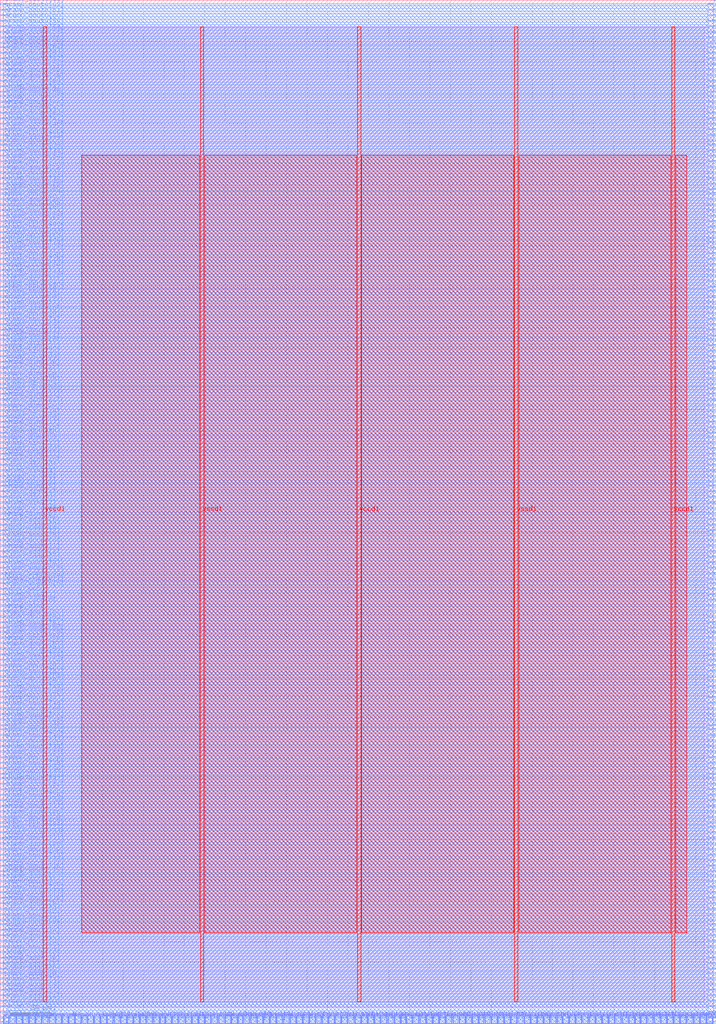
<source format=lef>
VERSION 5.7 ;
  NOWIREEXTENSIONATPIN ON ;
  DIVIDERCHAR "/" ;
  BUSBITCHARS "[]" ;
MACRO Video
  CLASS BLOCK ;
  FOREIGN Video ;
  ORIGIN 0.000 0.000 ;
  SIZE 350.000 BY 500.000 ;
  PIN sram0_addr0[0]
    DIRECTION OUTPUT TRISTATE ;
    USE SIGNAL ;
    PORT
      LAYER met3 ;
        RECT 0.000 222.400 4.000 223.000 ;
    END
  END sram0_addr0[0]
  PIN sram0_addr0[1]
    DIRECTION OUTPUT TRISTATE ;
    USE SIGNAL ;
    PORT
      LAYER met3 ;
        RECT 0.000 225.120 4.000 225.720 ;
    END
  END sram0_addr0[1]
  PIN sram0_addr0[2]
    DIRECTION OUTPUT TRISTATE ;
    USE SIGNAL ;
    PORT
      LAYER met3 ;
        RECT 0.000 227.840 4.000 228.440 ;
    END
  END sram0_addr0[2]
  PIN sram0_addr0[3]
    DIRECTION OUTPUT TRISTATE ;
    USE SIGNAL ;
    PORT
      LAYER met3 ;
        RECT 0.000 230.560 4.000 231.160 ;
    END
  END sram0_addr0[3]
  PIN sram0_addr0[4]
    DIRECTION OUTPUT TRISTATE ;
    USE SIGNAL ;
    PORT
      LAYER met3 ;
        RECT 0.000 233.280 4.000 233.880 ;
    END
  END sram0_addr0[4]
  PIN sram0_addr0[5]
    DIRECTION OUTPUT TRISTATE ;
    USE SIGNAL ;
    PORT
      LAYER met3 ;
        RECT 0.000 236.000 4.000 236.600 ;
    END
  END sram0_addr0[5]
  PIN sram0_addr0[6]
    DIRECTION OUTPUT TRISTATE ;
    USE SIGNAL ;
    PORT
      LAYER met3 ;
        RECT 0.000 238.720 4.000 239.320 ;
    END
  END sram0_addr0[6]
  PIN sram0_addr0[7]
    DIRECTION OUTPUT TRISTATE ;
    USE SIGNAL ;
    PORT
      LAYER met3 ;
        RECT 0.000 240.760 4.000 241.360 ;
    END
  END sram0_addr0[7]
  PIN sram0_addr0[8]
    DIRECTION OUTPUT TRISTATE ;
    USE SIGNAL ;
    PORT
      LAYER met3 ;
        RECT 0.000 243.480 4.000 244.080 ;
    END
  END sram0_addr0[8]
  PIN sram0_addr1[0]
    DIRECTION OUTPUT TRISTATE ;
    USE SIGNAL ;
    PORT
      LAYER met3 ;
        RECT 0.000 8.200 4.000 8.800 ;
    END
  END sram0_addr1[0]
  PIN sram0_addr1[1]
    DIRECTION OUTPUT TRISTATE ;
    USE SIGNAL ;
    PORT
      LAYER met3 ;
        RECT 0.000 10.920 4.000 11.520 ;
    END
  END sram0_addr1[1]
  PIN sram0_addr1[2]
    DIRECTION OUTPUT TRISTATE ;
    USE SIGNAL ;
    PORT
      LAYER met3 ;
        RECT 0.000 13.640 4.000 14.240 ;
    END
  END sram0_addr1[2]
  PIN sram0_addr1[3]
    DIRECTION OUTPUT TRISTATE ;
    USE SIGNAL ;
    PORT
      LAYER met3 ;
        RECT 0.000 16.360 4.000 16.960 ;
    END
  END sram0_addr1[3]
  PIN sram0_addr1[4]
    DIRECTION OUTPUT TRISTATE ;
    USE SIGNAL ;
    PORT
      LAYER met3 ;
        RECT 0.000 19.080 4.000 19.680 ;
    END
  END sram0_addr1[4]
  PIN sram0_addr1[5]
    DIRECTION OUTPUT TRISTATE ;
    USE SIGNAL ;
    PORT
      LAYER met3 ;
        RECT 0.000 21.800 4.000 22.400 ;
    END
  END sram0_addr1[5]
  PIN sram0_addr1[6]
    DIRECTION OUTPUT TRISTATE ;
    USE SIGNAL ;
    PORT
      LAYER met3 ;
        RECT 0.000 24.520 4.000 25.120 ;
    END
  END sram0_addr1[6]
  PIN sram0_addr1[7]
    DIRECTION OUTPUT TRISTATE ;
    USE SIGNAL ;
    PORT
      LAYER met3 ;
        RECT 0.000 26.560 4.000 27.160 ;
    END
  END sram0_addr1[7]
  PIN sram0_addr1[8]
    DIRECTION OUTPUT TRISTATE ;
    USE SIGNAL ;
    PORT
      LAYER met3 ;
        RECT 0.000 29.280 4.000 29.880 ;
    END
  END sram0_addr1[8]
  PIN sram0_clk0
    DIRECTION OUTPUT TRISTATE ;
    USE SIGNAL ;
    PORT
      LAYER met3 ;
        RECT 0.000 201.320 4.000 201.920 ;
    END
  END sram0_clk0
  PIN sram0_clk1
    DIRECTION OUTPUT TRISTATE ;
    USE SIGNAL ;
    PORT
      LAYER met3 ;
        RECT 0.000 0.720 4.000 1.320 ;
    END
  END sram0_clk1
  PIN sram0_csb0[0]
    DIRECTION OUTPUT TRISTATE ;
    USE SIGNAL ;
    PORT
      LAYER met3 ;
        RECT 0.000 204.040 4.000 204.640 ;
    END
  END sram0_csb0[0]
  PIN sram0_csb0[1]
    DIRECTION OUTPUT TRISTATE ;
    USE SIGNAL ;
    PORT
      LAYER met3 ;
        RECT 0.000 206.760 4.000 207.360 ;
    END
  END sram0_csb0[1]
  PIN sram0_csb1[0]
    DIRECTION OUTPUT TRISTATE ;
    USE SIGNAL ;
    PORT
      LAYER met3 ;
        RECT 0.000 2.760 4.000 3.360 ;
    END
  END sram0_csb1[0]
  PIN sram0_csb1[1]
    DIRECTION OUTPUT TRISTATE ;
    USE SIGNAL ;
    PORT
      LAYER met3 ;
        RECT 0.000 5.480 4.000 6.080 ;
    END
  END sram0_csb1[1]
  PIN sram0_din0[0]
    DIRECTION OUTPUT TRISTATE ;
    USE SIGNAL ;
    PORT
      LAYER met3 ;
        RECT 0.000 246.200 4.000 246.800 ;
    END
  END sram0_din0[0]
  PIN sram0_din0[10]
    DIRECTION OUTPUT TRISTATE ;
    USE SIGNAL ;
    PORT
      LAYER met3 ;
        RECT 0.000 272.720 4.000 273.320 ;
    END
  END sram0_din0[10]
  PIN sram0_din0[11]
    DIRECTION OUTPUT TRISTATE ;
    USE SIGNAL ;
    PORT
      LAYER met3 ;
        RECT 0.000 275.440 4.000 276.040 ;
    END
  END sram0_din0[11]
  PIN sram0_din0[12]
    DIRECTION OUTPUT TRISTATE ;
    USE SIGNAL ;
    PORT
      LAYER met3 ;
        RECT 0.000 278.160 4.000 278.760 ;
    END
  END sram0_din0[12]
  PIN sram0_din0[13]
    DIRECTION OUTPUT TRISTATE ;
    USE SIGNAL ;
    PORT
      LAYER met3 ;
        RECT 0.000 280.880 4.000 281.480 ;
    END
  END sram0_din0[13]
  PIN sram0_din0[14]
    DIRECTION OUTPUT TRISTATE ;
    USE SIGNAL ;
    PORT
      LAYER met3 ;
        RECT 0.000 283.600 4.000 284.200 ;
    END
  END sram0_din0[14]
  PIN sram0_din0[15]
    DIRECTION OUTPUT TRISTATE ;
    USE SIGNAL ;
    PORT
      LAYER met3 ;
        RECT 0.000 286.320 4.000 286.920 ;
    END
  END sram0_din0[15]
  PIN sram0_din0[16]
    DIRECTION OUTPUT TRISTATE ;
    USE SIGNAL ;
    PORT
      LAYER met3 ;
        RECT 0.000 288.360 4.000 288.960 ;
    END
  END sram0_din0[16]
  PIN sram0_din0[17]
    DIRECTION OUTPUT TRISTATE ;
    USE SIGNAL ;
    PORT
      LAYER met3 ;
        RECT 0.000 291.080 4.000 291.680 ;
    END
  END sram0_din0[17]
  PIN sram0_din0[18]
    DIRECTION OUTPUT TRISTATE ;
    USE SIGNAL ;
    PORT
      LAYER met3 ;
        RECT 0.000 293.800 4.000 294.400 ;
    END
  END sram0_din0[18]
  PIN sram0_din0[19]
    DIRECTION OUTPUT TRISTATE ;
    USE SIGNAL ;
    PORT
      LAYER met3 ;
        RECT 0.000 296.520 4.000 297.120 ;
    END
  END sram0_din0[19]
  PIN sram0_din0[1]
    DIRECTION OUTPUT TRISTATE ;
    USE SIGNAL ;
    PORT
      LAYER met3 ;
        RECT 0.000 248.920 4.000 249.520 ;
    END
  END sram0_din0[1]
  PIN sram0_din0[20]
    DIRECTION OUTPUT TRISTATE ;
    USE SIGNAL ;
    PORT
      LAYER met3 ;
        RECT 0.000 299.240 4.000 299.840 ;
    END
  END sram0_din0[20]
  PIN sram0_din0[21]
    DIRECTION OUTPUT TRISTATE ;
    USE SIGNAL ;
    PORT
      LAYER met3 ;
        RECT 0.000 301.960 4.000 302.560 ;
    END
  END sram0_din0[21]
  PIN sram0_din0[22]
    DIRECTION OUTPUT TRISTATE ;
    USE SIGNAL ;
    PORT
      LAYER met3 ;
        RECT 0.000 304.680 4.000 305.280 ;
    END
  END sram0_din0[22]
  PIN sram0_din0[23]
    DIRECTION OUTPUT TRISTATE ;
    USE SIGNAL ;
    PORT
      LAYER met3 ;
        RECT 0.000 307.400 4.000 308.000 ;
    END
  END sram0_din0[23]
  PIN sram0_din0[24]
    DIRECTION OUTPUT TRISTATE ;
    USE SIGNAL ;
    PORT
      LAYER met3 ;
        RECT 0.000 310.120 4.000 310.720 ;
    END
  END sram0_din0[24]
  PIN sram0_din0[25]
    DIRECTION OUTPUT TRISTATE ;
    USE SIGNAL ;
    PORT
      LAYER met3 ;
        RECT 0.000 312.160 4.000 312.760 ;
    END
  END sram0_din0[25]
  PIN sram0_din0[26]
    DIRECTION OUTPUT TRISTATE ;
    USE SIGNAL ;
    PORT
      LAYER met3 ;
        RECT 0.000 314.880 4.000 315.480 ;
    END
  END sram0_din0[26]
  PIN sram0_din0[27]
    DIRECTION OUTPUT TRISTATE ;
    USE SIGNAL ;
    PORT
      LAYER met3 ;
        RECT 0.000 317.600 4.000 318.200 ;
    END
  END sram0_din0[27]
  PIN sram0_din0[28]
    DIRECTION OUTPUT TRISTATE ;
    USE SIGNAL ;
    PORT
      LAYER met3 ;
        RECT 0.000 320.320 4.000 320.920 ;
    END
  END sram0_din0[28]
  PIN sram0_din0[29]
    DIRECTION OUTPUT TRISTATE ;
    USE SIGNAL ;
    PORT
      LAYER met3 ;
        RECT 0.000 323.040 4.000 323.640 ;
    END
  END sram0_din0[29]
  PIN sram0_din0[2]
    DIRECTION OUTPUT TRISTATE ;
    USE SIGNAL ;
    PORT
      LAYER met3 ;
        RECT 0.000 251.640 4.000 252.240 ;
    END
  END sram0_din0[2]
  PIN sram0_din0[30]
    DIRECTION OUTPUT TRISTATE ;
    USE SIGNAL ;
    PORT
      LAYER met3 ;
        RECT 0.000 325.760 4.000 326.360 ;
    END
  END sram0_din0[30]
  PIN sram0_din0[31]
    DIRECTION OUTPUT TRISTATE ;
    USE SIGNAL ;
    PORT
      LAYER met3 ;
        RECT 0.000 328.480 4.000 329.080 ;
    END
  END sram0_din0[31]
  PIN sram0_din0[3]
    DIRECTION OUTPUT TRISTATE ;
    USE SIGNAL ;
    PORT
      LAYER met3 ;
        RECT 0.000 254.360 4.000 254.960 ;
    END
  END sram0_din0[3]
  PIN sram0_din0[4]
    DIRECTION OUTPUT TRISTATE ;
    USE SIGNAL ;
    PORT
      LAYER met3 ;
        RECT 0.000 257.080 4.000 257.680 ;
    END
  END sram0_din0[4]
  PIN sram0_din0[5]
    DIRECTION OUTPUT TRISTATE ;
    USE SIGNAL ;
    PORT
      LAYER met3 ;
        RECT 0.000 259.800 4.000 260.400 ;
    END
  END sram0_din0[5]
  PIN sram0_din0[6]
    DIRECTION OUTPUT TRISTATE ;
    USE SIGNAL ;
    PORT
      LAYER met3 ;
        RECT 0.000 262.520 4.000 263.120 ;
    END
  END sram0_din0[6]
  PIN sram0_din0[7]
    DIRECTION OUTPUT TRISTATE ;
    USE SIGNAL ;
    PORT
      LAYER met3 ;
        RECT 0.000 264.560 4.000 265.160 ;
    END
  END sram0_din0[7]
  PIN sram0_din0[8]
    DIRECTION OUTPUT TRISTATE ;
    USE SIGNAL ;
    PORT
      LAYER met3 ;
        RECT 0.000 267.280 4.000 267.880 ;
    END
  END sram0_din0[8]
  PIN sram0_din0[9]
    DIRECTION OUTPUT TRISTATE ;
    USE SIGNAL ;
    PORT
      LAYER met3 ;
        RECT 0.000 270.000 4.000 270.600 ;
    END
  END sram0_din0[9]
  PIN sram0_dout0[0]
    DIRECTION INPUT ;
    USE SIGNAL ;
    PORT
      LAYER met3 ;
        RECT 0.000 331.200 4.000 331.800 ;
    END
  END sram0_dout0[0]
  PIN sram0_dout0[10]
    DIRECTION INPUT ;
    USE SIGNAL ;
    PORT
      LAYER met3 ;
        RECT 0.000 357.720 4.000 358.320 ;
    END
  END sram0_dout0[10]
  PIN sram0_dout0[11]
    DIRECTION INPUT ;
    USE SIGNAL ;
    PORT
      LAYER met3 ;
        RECT 0.000 359.760 4.000 360.360 ;
    END
  END sram0_dout0[11]
  PIN sram0_dout0[12]
    DIRECTION INPUT ;
    USE SIGNAL ;
    PORT
      LAYER met3 ;
        RECT 0.000 362.480 4.000 363.080 ;
    END
  END sram0_dout0[12]
  PIN sram0_dout0[13]
    DIRECTION INPUT ;
    USE SIGNAL ;
    PORT
      LAYER met3 ;
        RECT 0.000 365.200 4.000 365.800 ;
    END
  END sram0_dout0[13]
  PIN sram0_dout0[14]
    DIRECTION INPUT ;
    USE SIGNAL ;
    PORT
      LAYER met3 ;
        RECT 0.000 367.920 4.000 368.520 ;
    END
  END sram0_dout0[14]
  PIN sram0_dout0[15]
    DIRECTION INPUT ;
    USE SIGNAL ;
    PORT
      LAYER met3 ;
        RECT 0.000 370.640 4.000 371.240 ;
    END
  END sram0_dout0[15]
  PIN sram0_dout0[16]
    DIRECTION INPUT ;
    USE SIGNAL ;
    PORT
      LAYER met3 ;
        RECT 0.000 373.360 4.000 373.960 ;
    END
  END sram0_dout0[16]
  PIN sram0_dout0[17]
    DIRECTION INPUT ;
    USE SIGNAL ;
    PORT
      LAYER met3 ;
        RECT 0.000 376.080 4.000 376.680 ;
    END
  END sram0_dout0[17]
  PIN sram0_dout0[18]
    DIRECTION INPUT ;
    USE SIGNAL ;
    PORT
      LAYER met3 ;
        RECT 0.000 378.800 4.000 379.400 ;
    END
  END sram0_dout0[18]
  PIN sram0_dout0[19]
    DIRECTION INPUT ;
    USE SIGNAL ;
    PORT
      LAYER met3 ;
        RECT 0.000 381.520 4.000 382.120 ;
    END
  END sram0_dout0[19]
  PIN sram0_dout0[1]
    DIRECTION INPUT ;
    USE SIGNAL ;
    PORT
      LAYER met3 ;
        RECT 0.000 333.920 4.000 334.520 ;
    END
  END sram0_dout0[1]
  PIN sram0_dout0[20]
    DIRECTION INPUT ;
    USE SIGNAL ;
    PORT
      LAYER met3 ;
        RECT 0.000 383.560 4.000 384.160 ;
    END
  END sram0_dout0[20]
  PIN sram0_dout0[21]
    DIRECTION INPUT ;
    USE SIGNAL ;
    PORT
      LAYER met3 ;
        RECT 0.000 386.280 4.000 386.880 ;
    END
  END sram0_dout0[21]
  PIN sram0_dout0[22]
    DIRECTION INPUT ;
    USE SIGNAL ;
    PORT
      LAYER met3 ;
        RECT 0.000 389.000 4.000 389.600 ;
    END
  END sram0_dout0[22]
  PIN sram0_dout0[23]
    DIRECTION INPUT ;
    USE SIGNAL ;
    PORT
      LAYER met3 ;
        RECT 0.000 391.720 4.000 392.320 ;
    END
  END sram0_dout0[23]
  PIN sram0_dout0[24]
    DIRECTION INPUT ;
    USE SIGNAL ;
    PORT
      LAYER met3 ;
        RECT 0.000 394.440 4.000 395.040 ;
    END
  END sram0_dout0[24]
  PIN sram0_dout0[25]
    DIRECTION INPUT ;
    USE SIGNAL ;
    PORT
      LAYER met3 ;
        RECT 0.000 397.160 4.000 397.760 ;
    END
  END sram0_dout0[25]
  PIN sram0_dout0[26]
    DIRECTION INPUT ;
    USE SIGNAL ;
    PORT
      LAYER met3 ;
        RECT 0.000 399.880 4.000 400.480 ;
    END
  END sram0_dout0[26]
  PIN sram0_dout0[27]
    DIRECTION INPUT ;
    USE SIGNAL ;
    PORT
      LAYER met3 ;
        RECT 0.000 402.600 4.000 403.200 ;
    END
  END sram0_dout0[27]
  PIN sram0_dout0[28]
    DIRECTION INPUT ;
    USE SIGNAL ;
    PORT
      LAYER met3 ;
        RECT 0.000 405.320 4.000 405.920 ;
    END
  END sram0_dout0[28]
  PIN sram0_dout0[29]
    DIRECTION INPUT ;
    USE SIGNAL ;
    PORT
      LAYER met3 ;
        RECT 0.000 407.360 4.000 407.960 ;
    END
  END sram0_dout0[29]
  PIN sram0_dout0[2]
    DIRECTION INPUT ;
    USE SIGNAL ;
    PORT
      LAYER met3 ;
        RECT 0.000 335.960 4.000 336.560 ;
    END
  END sram0_dout0[2]
  PIN sram0_dout0[30]
    DIRECTION INPUT ;
    USE SIGNAL ;
    PORT
      LAYER met3 ;
        RECT 0.000 410.080 4.000 410.680 ;
    END
  END sram0_dout0[30]
  PIN sram0_dout0[31]
    DIRECTION INPUT ;
    USE SIGNAL ;
    PORT
      LAYER met3 ;
        RECT 0.000 412.800 4.000 413.400 ;
    END
  END sram0_dout0[31]
  PIN sram0_dout0[32]
    DIRECTION INPUT ;
    USE SIGNAL ;
    PORT
      LAYER met3 ;
        RECT 0.000 415.520 4.000 416.120 ;
    END
  END sram0_dout0[32]
  PIN sram0_dout0[33]
    DIRECTION INPUT ;
    USE SIGNAL ;
    PORT
      LAYER met3 ;
        RECT 0.000 418.240 4.000 418.840 ;
    END
  END sram0_dout0[33]
  PIN sram0_dout0[34]
    DIRECTION INPUT ;
    USE SIGNAL ;
    PORT
      LAYER met3 ;
        RECT 0.000 420.960 4.000 421.560 ;
    END
  END sram0_dout0[34]
  PIN sram0_dout0[35]
    DIRECTION INPUT ;
    USE SIGNAL ;
    PORT
      LAYER met3 ;
        RECT 0.000 423.680 4.000 424.280 ;
    END
  END sram0_dout0[35]
  PIN sram0_dout0[36]
    DIRECTION INPUT ;
    USE SIGNAL ;
    PORT
      LAYER met3 ;
        RECT 0.000 426.400 4.000 427.000 ;
    END
  END sram0_dout0[36]
  PIN sram0_dout0[37]
    DIRECTION INPUT ;
    USE SIGNAL ;
    PORT
      LAYER met3 ;
        RECT 0.000 429.120 4.000 429.720 ;
    END
  END sram0_dout0[37]
  PIN sram0_dout0[38]
    DIRECTION INPUT ;
    USE SIGNAL ;
    PORT
      LAYER met3 ;
        RECT 0.000 431.160 4.000 431.760 ;
    END
  END sram0_dout0[38]
  PIN sram0_dout0[39]
    DIRECTION INPUT ;
    USE SIGNAL ;
    PORT
      LAYER met3 ;
        RECT 0.000 433.880 4.000 434.480 ;
    END
  END sram0_dout0[39]
  PIN sram0_dout0[3]
    DIRECTION INPUT ;
    USE SIGNAL ;
    PORT
      LAYER met3 ;
        RECT 0.000 338.680 4.000 339.280 ;
    END
  END sram0_dout0[3]
  PIN sram0_dout0[40]
    DIRECTION INPUT ;
    USE SIGNAL ;
    PORT
      LAYER met3 ;
        RECT 0.000 436.600 4.000 437.200 ;
    END
  END sram0_dout0[40]
  PIN sram0_dout0[41]
    DIRECTION INPUT ;
    USE SIGNAL ;
    PORT
      LAYER met3 ;
        RECT 0.000 439.320 4.000 439.920 ;
    END
  END sram0_dout0[41]
  PIN sram0_dout0[42]
    DIRECTION INPUT ;
    USE SIGNAL ;
    PORT
      LAYER met3 ;
        RECT 0.000 442.040 4.000 442.640 ;
    END
  END sram0_dout0[42]
  PIN sram0_dout0[43]
    DIRECTION INPUT ;
    USE SIGNAL ;
    PORT
      LAYER met3 ;
        RECT 0.000 444.760 4.000 445.360 ;
    END
  END sram0_dout0[43]
  PIN sram0_dout0[44]
    DIRECTION INPUT ;
    USE SIGNAL ;
    PORT
      LAYER met3 ;
        RECT 0.000 447.480 4.000 448.080 ;
    END
  END sram0_dout0[44]
  PIN sram0_dout0[45]
    DIRECTION INPUT ;
    USE SIGNAL ;
    PORT
      LAYER met3 ;
        RECT 0.000 450.200 4.000 450.800 ;
    END
  END sram0_dout0[45]
  PIN sram0_dout0[46]
    DIRECTION INPUT ;
    USE SIGNAL ;
    PORT
      LAYER met3 ;
        RECT 0.000 452.920 4.000 453.520 ;
    END
  END sram0_dout0[46]
  PIN sram0_dout0[47]
    DIRECTION INPUT ;
    USE SIGNAL ;
    PORT
      LAYER met3 ;
        RECT 0.000 454.960 4.000 455.560 ;
    END
  END sram0_dout0[47]
  PIN sram0_dout0[48]
    DIRECTION INPUT ;
    USE SIGNAL ;
    PORT
      LAYER met3 ;
        RECT 0.000 457.680 4.000 458.280 ;
    END
  END sram0_dout0[48]
  PIN sram0_dout0[49]
    DIRECTION INPUT ;
    USE SIGNAL ;
    PORT
      LAYER met3 ;
        RECT 0.000 460.400 4.000 461.000 ;
    END
  END sram0_dout0[49]
  PIN sram0_dout0[4]
    DIRECTION INPUT ;
    USE SIGNAL ;
    PORT
      LAYER met3 ;
        RECT 0.000 341.400 4.000 342.000 ;
    END
  END sram0_dout0[4]
  PIN sram0_dout0[50]
    DIRECTION INPUT ;
    USE SIGNAL ;
    PORT
      LAYER met3 ;
        RECT 0.000 463.120 4.000 463.720 ;
    END
  END sram0_dout0[50]
  PIN sram0_dout0[51]
    DIRECTION INPUT ;
    USE SIGNAL ;
    PORT
      LAYER met3 ;
        RECT 0.000 465.840 4.000 466.440 ;
    END
  END sram0_dout0[51]
  PIN sram0_dout0[52]
    DIRECTION INPUT ;
    USE SIGNAL ;
    PORT
      LAYER met3 ;
        RECT 0.000 468.560 4.000 469.160 ;
    END
  END sram0_dout0[52]
  PIN sram0_dout0[53]
    DIRECTION INPUT ;
    USE SIGNAL ;
    PORT
      LAYER met3 ;
        RECT 0.000 471.280 4.000 471.880 ;
    END
  END sram0_dout0[53]
  PIN sram0_dout0[54]
    DIRECTION INPUT ;
    USE SIGNAL ;
    PORT
      LAYER met3 ;
        RECT 0.000 474.000 4.000 474.600 ;
    END
  END sram0_dout0[54]
  PIN sram0_dout0[55]
    DIRECTION INPUT ;
    USE SIGNAL ;
    PORT
      LAYER met3 ;
        RECT 0.000 476.720 4.000 477.320 ;
    END
  END sram0_dout0[55]
  PIN sram0_dout0[56]
    DIRECTION INPUT ;
    USE SIGNAL ;
    PORT
      LAYER met3 ;
        RECT 0.000 478.760 4.000 479.360 ;
    END
  END sram0_dout0[56]
  PIN sram0_dout0[57]
    DIRECTION INPUT ;
    USE SIGNAL ;
    PORT
      LAYER met3 ;
        RECT 0.000 481.480 4.000 482.080 ;
    END
  END sram0_dout0[57]
  PIN sram0_dout0[58]
    DIRECTION INPUT ;
    USE SIGNAL ;
    PORT
      LAYER met3 ;
        RECT 0.000 484.200 4.000 484.800 ;
    END
  END sram0_dout0[58]
  PIN sram0_dout0[59]
    DIRECTION INPUT ;
    USE SIGNAL ;
    PORT
      LAYER met3 ;
        RECT 0.000 486.920 4.000 487.520 ;
    END
  END sram0_dout0[59]
  PIN sram0_dout0[5]
    DIRECTION INPUT ;
    USE SIGNAL ;
    PORT
      LAYER met3 ;
        RECT 0.000 344.120 4.000 344.720 ;
    END
  END sram0_dout0[5]
  PIN sram0_dout0[60]
    DIRECTION INPUT ;
    USE SIGNAL ;
    PORT
      LAYER met3 ;
        RECT 0.000 489.640 4.000 490.240 ;
    END
  END sram0_dout0[60]
  PIN sram0_dout0[61]
    DIRECTION INPUT ;
    USE SIGNAL ;
    PORT
      LAYER met3 ;
        RECT 0.000 492.360 4.000 492.960 ;
    END
  END sram0_dout0[61]
  PIN sram0_dout0[62]
    DIRECTION INPUT ;
    USE SIGNAL ;
    PORT
      LAYER met3 ;
        RECT 0.000 495.080 4.000 495.680 ;
    END
  END sram0_dout0[62]
  PIN sram0_dout0[63]
    DIRECTION INPUT ;
    USE SIGNAL ;
    PORT
      LAYER met3 ;
        RECT 0.000 497.800 4.000 498.400 ;
    END
  END sram0_dout0[63]
  PIN sram0_dout0[6]
    DIRECTION INPUT ;
    USE SIGNAL ;
    PORT
      LAYER met3 ;
        RECT 0.000 346.840 4.000 347.440 ;
    END
  END sram0_dout0[6]
  PIN sram0_dout0[7]
    DIRECTION INPUT ;
    USE SIGNAL ;
    PORT
      LAYER met3 ;
        RECT 0.000 349.560 4.000 350.160 ;
    END
  END sram0_dout0[7]
  PIN sram0_dout0[8]
    DIRECTION INPUT ;
    USE SIGNAL ;
    PORT
      LAYER met3 ;
        RECT 0.000 352.280 4.000 352.880 ;
    END
  END sram0_dout0[8]
  PIN sram0_dout0[9]
    DIRECTION INPUT ;
    USE SIGNAL ;
    PORT
      LAYER met3 ;
        RECT 0.000 355.000 4.000 355.600 ;
    END
  END sram0_dout0[9]
  PIN sram0_dout1[0]
    DIRECTION INPUT ;
    USE SIGNAL ;
    PORT
      LAYER met3 ;
        RECT 0.000 32.000 4.000 32.600 ;
    END
  END sram0_dout1[0]
  PIN sram0_dout1[10]
    DIRECTION INPUT ;
    USE SIGNAL ;
    PORT
      LAYER met3 ;
        RECT 0.000 58.520 4.000 59.120 ;
    END
  END sram0_dout1[10]
  PIN sram0_dout1[11]
    DIRECTION INPUT ;
    USE SIGNAL ;
    PORT
      LAYER met3 ;
        RECT 0.000 61.240 4.000 61.840 ;
    END
  END sram0_dout1[11]
  PIN sram0_dout1[12]
    DIRECTION INPUT ;
    USE SIGNAL ;
    PORT
      LAYER met3 ;
        RECT 0.000 63.960 4.000 64.560 ;
    END
  END sram0_dout1[12]
  PIN sram0_dout1[13]
    DIRECTION INPUT ;
    USE SIGNAL ;
    PORT
      LAYER met3 ;
        RECT 0.000 66.680 4.000 67.280 ;
    END
  END sram0_dout1[13]
  PIN sram0_dout1[14]
    DIRECTION INPUT ;
    USE SIGNAL ;
    PORT
      LAYER met3 ;
        RECT 0.000 69.400 4.000 70.000 ;
    END
  END sram0_dout1[14]
  PIN sram0_dout1[15]
    DIRECTION INPUT ;
    USE SIGNAL ;
    PORT
      LAYER met3 ;
        RECT 0.000 72.120 4.000 72.720 ;
    END
  END sram0_dout1[15]
  PIN sram0_dout1[16]
    DIRECTION INPUT ;
    USE SIGNAL ;
    PORT
      LAYER met3 ;
        RECT 0.000 74.160 4.000 74.760 ;
    END
  END sram0_dout1[16]
  PIN sram0_dout1[17]
    DIRECTION INPUT ;
    USE SIGNAL ;
    PORT
      LAYER met3 ;
        RECT 0.000 76.880 4.000 77.480 ;
    END
  END sram0_dout1[17]
  PIN sram0_dout1[18]
    DIRECTION INPUT ;
    USE SIGNAL ;
    PORT
      LAYER met3 ;
        RECT 0.000 79.600 4.000 80.200 ;
    END
  END sram0_dout1[18]
  PIN sram0_dout1[19]
    DIRECTION INPUT ;
    USE SIGNAL ;
    PORT
      LAYER met3 ;
        RECT 0.000 82.320 4.000 82.920 ;
    END
  END sram0_dout1[19]
  PIN sram0_dout1[1]
    DIRECTION INPUT ;
    USE SIGNAL ;
    PORT
      LAYER met3 ;
        RECT 0.000 34.720 4.000 35.320 ;
    END
  END sram0_dout1[1]
  PIN sram0_dout1[20]
    DIRECTION INPUT ;
    USE SIGNAL ;
    PORT
      LAYER met3 ;
        RECT 0.000 85.040 4.000 85.640 ;
    END
  END sram0_dout1[20]
  PIN sram0_dout1[21]
    DIRECTION INPUT ;
    USE SIGNAL ;
    PORT
      LAYER met3 ;
        RECT 0.000 87.760 4.000 88.360 ;
    END
  END sram0_dout1[21]
  PIN sram0_dout1[22]
    DIRECTION INPUT ;
    USE SIGNAL ;
    PORT
      LAYER met3 ;
        RECT 0.000 90.480 4.000 91.080 ;
    END
  END sram0_dout1[22]
  PIN sram0_dout1[23]
    DIRECTION INPUT ;
    USE SIGNAL ;
    PORT
      LAYER met3 ;
        RECT 0.000 93.200 4.000 93.800 ;
    END
  END sram0_dout1[23]
  PIN sram0_dout1[24]
    DIRECTION INPUT ;
    USE SIGNAL ;
    PORT
      LAYER met3 ;
        RECT 0.000 95.920 4.000 96.520 ;
    END
  END sram0_dout1[24]
  PIN sram0_dout1[25]
    DIRECTION INPUT ;
    USE SIGNAL ;
    PORT
      LAYER met3 ;
        RECT 0.000 97.960 4.000 98.560 ;
    END
  END sram0_dout1[25]
  PIN sram0_dout1[26]
    DIRECTION INPUT ;
    USE SIGNAL ;
    PORT
      LAYER met3 ;
        RECT 0.000 100.680 4.000 101.280 ;
    END
  END sram0_dout1[26]
  PIN sram0_dout1[27]
    DIRECTION INPUT ;
    USE SIGNAL ;
    PORT
      LAYER met3 ;
        RECT 0.000 103.400 4.000 104.000 ;
    END
  END sram0_dout1[27]
  PIN sram0_dout1[28]
    DIRECTION INPUT ;
    USE SIGNAL ;
    PORT
      LAYER met3 ;
        RECT 0.000 106.120 4.000 106.720 ;
    END
  END sram0_dout1[28]
  PIN sram0_dout1[29]
    DIRECTION INPUT ;
    USE SIGNAL ;
    PORT
      LAYER met3 ;
        RECT 0.000 108.840 4.000 109.440 ;
    END
  END sram0_dout1[29]
  PIN sram0_dout1[2]
    DIRECTION INPUT ;
    USE SIGNAL ;
    PORT
      LAYER met3 ;
        RECT 0.000 37.440 4.000 38.040 ;
    END
  END sram0_dout1[2]
  PIN sram0_dout1[30]
    DIRECTION INPUT ;
    USE SIGNAL ;
    PORT
      LAYER met3 ;
        RECT 0.000 111.560 4.000 112.160 ;
    END
  END sram0_dout1[30]
  PIN sram0_dout1[31]
    DIRECTION INPUT ;
    USE SIGNAL ;
    PORT
      LAYER met3 ;
        RECT 0.000 114.280 4.000 114.880 ;
    END
  END sram0_dout1[31]
  PIN sram0_dout1[32]
    DIRECTION INPUT ;
    USE SIGNAL ;
    PORT
      LAYER met3 ;
        RECT 0.000 117.000 4.000 117.600 ;
    END
  END sram0_dout1[32]
  PIN sram0_dout1[33]
    DIRECTION INPUT ;
    USE SIGNAL ;
    PORT
      LAYER met3 ;
        RECT 0.000 119.720 4.000 120.320 ;
    END
  END sram0_dout1[33]
  PIN sram0_dout1[34]
    DIRECTION INPUT ;
    USE SIGNAL ;
    PORT
      LAYER met3 ;
        RECT 0.000 121.760 4.000 122.360 ;
    END
  END sram0_dout1[34]
  PIN sram0_dout1[35]
    DIRECTION INPUT ;
    USE SIGNAL ;
    PORT
      LAYER met3 ;
        RECT 0.000 124.480 4.000 125.080 ;
    END
  END sram0_dout1[35]
  PIN sram0_dout1[36]
    DIRECTION INPUT ;
    USE SIGNAL ;
    PORT
      LAYER met3 ;
        RECT 0.000 127.200 4.000 127.800 ;
    END
  END sram0_dout1[36]
  PIN sram0_dout1[37]
    DIRECTION INPUT ;
    USE SIGNAL ;
    PORT
      LAYER met3 ;
        RECT 0.000 129.920 4.000 130.520 ;
    END
  END sram0_dout1[37]
  PIN sram0_dout1[38]
    DIRECTION INPUT ;
    USE SIGNAL ;
    PORT
      LAYER met3 ;
        RECT 0.000 132.640 4.000 133.240 ;
    END
  END sram0_dout1[38]
  PIN sram0_dout1[39]
    DIRECTION INPUT ;
    USE SIGNAL ;
    PORT
      LAYER met3 ;
        RECT 0.000 135.360 4.000 135.960 ;
    END
  END sram0_dout1[39]
  PIN sram0_dout1[3]
    DIRECTION INPUT ;
    USE SIGNAL ;
    PORT
      LAYER met3 ;
        RECT 0.000 40.160 4.000 40.760 ;
    END
  END sram0_dout1[3]
  PIN sram0_dout1[40]
    DIRECTION INPUT ;
    USE SIGNAL ;
    PORT
      LAYER met3 ;
        RECT 0.000 138.080 4.000 138.680 ;
    END
  END sram0_dout1[40]
  PIN sram0_dout1[41]
    DIRECTION INPUT ;
    USE SIGNAL ;
    PORT
      LAYER met3 ;
        RECT 0.000 140.800 4.000 141.400 ;
    END
  END sram0_dout1[41]
  PIN sram0_dout1[42]
    DIRECTION INPUT ;
    USE SIGNAL ;
    PORT
      LAYER met3 ;
        RECT 0.000 143.520 4.000 144.120 ;
    END
  END sram0_dout1[42]
  PIN sram0_dout1[43]
    DIRECTION INPUT ;
    USE SIGNAL ;
    PORT
      LAYER met3 ;
        RECT 0.000 145.560 4.000 146.160 ;
    END
  END sram0_dout1[43]
  PIN sram0_dout1[44]
    DIRECTION INPUT ;
    USE SIGNAL ;
    PORT
      LAYER met3 ;
        RECT 0.000 148.280 4.000 148.880 ;
    END
  END sram0_dout1[44]
  PIN sram0_dout1[45]
    DIRECTION INPUT ;
    USE SIGNAL ;
    PORT
      LAYER met3 ;
        RECT 0.000 151.000 4.000 151.600 ;
    END
  END sram0_dout1[45]
  PIN sram0_dout1[46]
    DIRECTION INPUT ;
    USE SIGNAL ;
    PORT
      LAYER met3 ;
        RECT 0.000 153.720 4.000 154.320 ;
    END
  END sram0_dout1[46]
  PIN sram0_dout1[47]
    DIRECTION INPUT ;
    USE SIGNAL ;
    PORT
      LAYER met3 ;
        RECT 0.000 156.440 4.000 157.040 ;
    END
  END sram0_dout1[47]
  PIN sram0_dout1[48]
    DIRECTION INPUT ;
    USE SIGNAL ;
    PORT
      LAYER met3 ;
        RECT 0.000 159.160 4.000 159.760 ;
    END
  END sram0_dout1[48]
  PIN sram0_dout1[49]
    DIRECTION INPUT ;
    USE SIGNAL ;
    PORT
      LAYER met3 ;
        RECT 0.000 161.880 4.000 162.480 ;
    END
  END sram0_dout1[49]
  PIN sram0_dout1[4]
    DIRECTION INPUT ;
    USE SIGNAL ;
    PORT
      LAYER met3 ;
        RECT 0.000 42.880 4.000 43.480 ;
    END
  END sram0_dout1[4]
  PIN sram0_dout1[50]
    DIRECTION INPUT ;
    USE SIGNAL ;
    PORT
      LAYER met3 ;
        RECT 0.000 164.600 4.000 165.200 ;
    END
  END sram0_dout1[50]
  PIN sram0_dout1[51]
    DIRECTION INPUT ;
    USE SIGNAL ;
    PORT
      LAYER met3 ;
        RECT 0.000 167.320 4.000 167.920 ;
    END
  END sram0_dout1[51]
  PIN sram0_dout1[52]
    DIRECTION INPUT ;
    USE SIGNAL ;
    PORT
      LAYER met3 ;
        RECT 0.000 169.360 4.000 169.960 ;
    END
  END sram0_dout1[52]
  PIN sram0_dout1[53]
    DIRECTION INPUT ;
    USE SIGNAL ;
    PORT
      LAYER met3 ;
        RECT 0.000 172.080 4.000 172.680 ;
    END
  END sram0_dout1[53]
  PIN sram0_dout1[54]
    DIRECTION INPUT ;
    USE SIGNAL ;
    PORT
      LAYER met3 ;
        RECT 0.000 174.800 4.000 175.400 ;
    END
  END sram0_dout1[54]
  PIN sram0_dout1[55]
    DIRECTION INPUT ;
    USE SIGNAL ;
    PORT
      LAYER met3 ;
        RECT 0.000 177.520 4.000 178.120 ;
    END
  END sram0_dout1[55]
  PIN sram0_dout1[56]
    DIRECTION INPUT ;
    USE SIGNAL ;
    PORT
      LAYER met3 ;
        RECT 0.000 180.240 4.000 180.840 ;
    END
  END sram0_dout1[56]
  PIN sram0_dout1[57]
    DIRECTION INPUT ;
    USE SIGNAL ;
    PORT
      LAYER met3 ;
        RECT 0.000 182.960 4.000 183.560 ;
    END
  END sram0_dout1[57]
  PIN sram0_dout1[58]
    DIRECTION INPUT ;
    USE SIGNAL ;
    PORT
      LAYER met3 ;
        RECT 0.000 185.680 4.000 186.280 ;
    END
  END sram0_dout1[58]
  PIN sram0_dout1[59]
    DIRECTION INPUT ;
    USE SIGNAL ;
    PORT
      LAYER met3 ;
        RECT 0.000 188.400 4.000 189.000 ;
    END
  END sram0_dout1[59]
  PIN sram0_dout1[5]
    DIRECTION INPUT ;
    USE SIGNAL ;
    PORT
      LAYER met3 ;
        RECT 0.000 45.600 4.000 46.200 ;
    END
  END sram0_dout1[5]
  PIN sram0_dout1[60]
    DIRECTION INPUT ;
    USE SIGNAL ;
    PORT
      LAYER met3 ;
        RECT 0.000 191.120 4.000 191.720 ;
    END
  END sram0_dout1[60]
  PIN sram0_dout1[61]
    DIRECTION INPUT ;
    USE SIGNAL ;
    PORT
      LAYER met3 ;
        RECT 0.000 193.160 4.000 193.760 ;
    END
  END sram0_dout1[61]
  PIN sram0_dout1[62]
    DIRECTION INPUT ;
    USE SIGNAL ;
    PORT
      LAYER met3 ;
        RECT 0.000 195.880 4.000 196.480 ;
    END
  END sram0_dout1[62]
  PIN sram0_dout1[63]
    DIRECTION INPUT ;
    USE SIGNAL ;
    PORT
      LAYER met3 ;
        RECT 0.000 198.600 4.000 199.200 ;
    END
  END sram0_dout1[63]
  PIN sram0_dout1[6]
    DIRECTION INPUT ;
    USE SIGNAL ;
    PORT
      LAYER met3 ;
        RECT 0.000 48.320 4.000 48.920 ;
    END
  END sram0_dout1[6]
  PIN sram0_dout1[7]
    DIRECTION INPUT ;
    USE SIGNAL ;
    PORT
      LAYER met3 ;
        RECT 0.000 50.360 4.000 50.960 ;
    END
  END sram0_dout1[7]
  PIN sram0_dout1[8]
    DIRECTION INPUT ;
    USE SIGNAL ;
    PORT
      LAYER met3 ;
        RECT 0.000 53.080 4.000 53.680 ;
    END
  END sram0_dout1[8]
  PIN sram0_dout1[9]
    DIRECTION INPUT ;
    USE SIGNAL ;
    PORT
      LAYER met3 ;
        RECT 0.000 55.800 4.000 56.400 ;
    END
  END sram0_dout1[9]
  PIN sram0_web0
    DIRECTION OUTPUT TRISTATE ;
    USE SIGNAL ;
    PORT
      LAYER met3 ;
        RECT 0.000 209.480 4.000 210.080 ;
    END
  END sram0_web0
  PIN sram0_wmask0[0]
    DIRECTION OUTPUT TRISTATE ;
    USE SIGNAL ;
    PORT
      LAYER met3 ;
        RECT 0.000 212.200 4.000 212.800 ;
    END
  END sram0_wmask0[0]
  PIN sram0_wmask0[1]
    DIRECTION OUTPUT TRISTATE ;
    USE SIGNAL ;
    PORT
      LAYER met3 ;
        RECT 0.000 214.920 4.000 215.520 ;
    END
  END sram0_wmask0[1]
  PIN sram0_wmask0[2]
    DIRECTION OUTPUT TRISTATE ;
    USE SIGNAL ;
    PORT
      LAYER met3 ;
        RECT 0.000 216.960 4.000 217.560 ;
    END
  END sram0_wmask0[2]
  PIN sram0_wmask0[3]
    DIRECTION OUTPUT TRISTATE ;
    USE SIGNAL ;
    PORT
      LAYER met3 ;
        RECT 0.000 219.680 4.000 220.280 ;
    END
  END sram0_wmask0[3]
  PIN sram1_addr0[0]
    DIRECTION OUTPUT TRISTATE ;
    USE SIGNAL ;
    PORT
      LAYER met3 ;
        RECT 346.000 222.400 350.000 223.000 ;
    END
  END sram1_addr0[0]
  PIN sram1_addr0[1]
    DIRECTION OUTPUT TRISTATE ;
    USE SIGNAL ;
    PORT
      LAYER met3 ;
        RECT 346.000 225.120 350.000 225.720 ;
    END
  END sram1_addr0[1]
  PIN sram1_addr0[2]
    DIRECTION OUTPUT TRISTATE ;
    USE SIGNAL ;
    PORT
      LAYER met3 ;
        RECT 346.000 227.840 350.000 228.440 ;
    END
  END sram1_addr0[2]
  PIN sram1_addr0[3]
    DIRECTION OUTPUT TRISTATE ;
    USE SIGNAL ;
    PORT
      LAYER met3 ;
        RECT 346.000 230.560 350.000 231.160 ;
    END
  END sram1_addr0[3]
  PIN sram1_addr0[4]
    DIRECTION OUTPUT TRISTATE ;
    USE SIGNAL ;
    PORT
      LAYER met3 ;
        RECT 346.000 233.280 350.000 233.880 ;
    END
  END sram1_addr0[4]
  PIN sram1_addr0[5]
    DIRECTION OUTPUT TRISTATE ;
    USE SIGNAL ;
    PORT
      LAYER met3 ;
        RECT 346.000 236.000 350.000 236.600 ;
    END
  END sram1_addr0[5]
  PIN sram1_addr0[6]
    DIRECTION OUTPUT TRISTATE ;
    USE SIGNAL ;
    PORT
      LAYER met3 ;
        RECT 346.000 238.720 350.000 239.320 ;
    END
  END sram1_addr0[6]
  PIN sram1_addr0[7]
    DIRECTION OUTPUT TRISTATE ;
    USE SIGNAL ;
    PORT
      LAYER met3 ;
        RECT 346.000 240.760 350.000 241.360 ;
    END
  END sram1_addr0[7]
  PIN sram1_addr0[8]
    DIRECTION OUTPUT TRISTATE ;
    USE SIGNAL ;
    PORT
      LAYER met3 ;
        RECT 346.000 243.480 350.000 244.080 ;
    END
  END sram1_addr0[8]
  PIN sram1_addr1[0]
    DIRECTION OUTPUT TRISTATE ;
    USE SIGNAL ;
    PORT
      LAYER met3 ;
        RECT 346.000 8.200 350.000 8.800 ;
    END
  END sram1_addr1[0]
  PIN sram1_addr1[1]
    DIRECTION OUTPUT TRISTATE ;
    USE SIGNAL ;
    PORT
      LAYER met3 ;
        RECT 346.000 10.920 350.000 11.520 ;
    END
  END sram1_addr1[1]
  PIN sram1_addr1[2]
    DIRECTION OUTPUT TRISTATE ;
    USE SIGNAL ;
    PORT
      LAYER met3 ;
        RECT 346.000 13.640 350.000 14.240 ;
    END
  END sram1_addr1[2]
  PIN sram1_addr1[3]
    DIRECTION OUTPUT TRISTATE ;
    USE SIGNAL ;
    PORT
      LAYER met3 ;
        RECT 346.000 16.360 350.000 16.960 ;
    END
  END sram1_addr1[3]
  PIN sram1_addr1[4]
    DIRECTION OUTPUT TRISTATE ;
    USE SIGNAL ;
    PORT
      LAYER met3 ;
        RECT 346.000 19.080 350.000 19.680 ;
    END
  END sram1_addr1[4]
  PIN sram1_addr1[5]
    DIRECTION OUTPUT TRISTATE ;
    USE SIGNAL ;
    PORT
      LAYER met3 ;
        RECT 346.000 21.800 350.000 22.400 ;
    END
  END sram1_addr1[5]
  PIN sram1_addr1[6]
    DIRECTION OUTPUT TRISTATE ;
    USE SIGNAL ;
    PORT
      LAYER met3 ;
        RECT 346.000 24.520 350.000 25.120 ;
    END
  END sram1_addr1[6]
  PIN sram1_addr1[7]
    DIRECTION OUTPUT TRISTATE ;
    USE SIGNAL ;
    PORT
      LAYER met3 ;
        RECT 346.000 26.560 350.000 27.160 ;
    END
  END sram1_addr1[7]
  PIN sram1_addr1[8]
    DIRECTION OUTPUT TRISTATE ;
    USE SIGNAL ;
    PORT
      LAYER met3 ;
        RECT 346.000 29.280 350.000 29.880 ;
    END
  END sram1_addr1[8]
  PIN sram1_clk0
    DIRECTION OUTPUT TRISTATE ;
    USE SIGNAL ;
    PORT
      LAYER met3 ;
        RECT 346.000 201.320 350.000 201.920 ;
    END
  END sram1_clk0
  PIN sram1_clk1
    DIRECTION OUTPUT TRISTATE ;
    USE SIGNAL ;
    PORT
      LAYER met3 ;
        RECT 346.000 0.720 350.000 1.320 ;
    END
  END sram1_clk1
  PIN sram1_csb0[0]
    DIRECTION OUTPUT TRISTATE ;
    USE SIGNAL ;
    PORT
      LAYER met3 ;
        RECT 346.000 204.040 350.000 204.640 ;
    END
  END sram1_csb0[0]
  PIN sram1_csb0[1]
    DIRECTION OUTPUT TRISTATE ;
    USE SIGNAL ;
    PORT
      LAYER met3 ;
        RECT 346.000 206.760 350.000 207.360 ;
    END
  END sram1_csb0[1]
  PIN sram1_csb1[0]
    DIRECTION OUTPUT TRISTATE ;
    USE SIGNAL ;
    PORT
      LAYER met3 ;
        RECT 346.000 2.760 350.000 3.360 ;
    END
  END sram1_csb1[0]
  PIN sram1_csb1[1]
    DIRECTION OUTPUT TRISTATE ;
    USE SIGNAL ;
    PORT
      LAYER met3 ;
        RECT 346.000 5.480 350.000 6.080 ;
    END
  END sram1_csb1[1]
  PIN sram1_din0[0]
    DIRECTION OUTPUT TRISTATE ;
    USE SIGNAL ;
    PORT
      LAYER met3 ;
        RECT 346.000 246.200 350.000 246.800 ;
    END
  END sram1_din0[0]
  PIN sram1_din0[10]
    DIRECTION OUTPUT TRISTATE ;
    USE SIGNAL ;
    PORT
      LAYER met3 ;
        RECT 346.000 272.720 350.000 273.320 ;
    END
  END sram1_din0[10]
  PIN sram1_din0[11]
    DIRECTION OUTPUT TRISTATE ;
    USE SIGNAL ;
    PORT
      LAYER met3 ;
        RECT 346.000 275.440 350.000 276.040 ;
    END
  END sram1_din0[11]
  PIN sram1_din0[12]
    DIRECTION OUTPUT TRISTATE ;
    USE SIGNAL ;
    PORT
      LAYER met3 ;
        RECT 346.000 278.160 350.000 278.760 ;
    END
  END sram1_din0[12]
  PIN sram1_din0[13]
    DIRECTION OUTPUT TRISTATE ;
    USE SIGNAL ;
    PORT
      LAYER met3 ;
        RECT 346.000 280.880 350.000 281.480 ;
    END
  END sram1_din0[13]
  PIN sram1_din0[14]
    DIRECTION OUTPUT TRISTATE ;
    USE SIGNAL ;
    PORT
      LAYER met3 ;
        RECT 346.000 283.600 350.000 284.200 ;
    END
  END sram1_din0[14]
  PIN sram1_din0[15]
    DIRECTION OUTPUT TRISTATE ;
    USE SIGNAL ;
    PORT
      LAYER met3 ;
        RECT 346.000 286.320 350.000 286.920 ;
    END
  END sram1_din0[15]
  PIN sram1_din0[16]
    DIRECTION OUTPUT TRISTATE ;
    USE SIGNAL ;
    PORT
      LAYER met3 ;
        RECT 346.000 288.360 350.000 288.960 ;
    END
  END sram1_din0[16]
  PIN sram1_din0[17]
    DIRECTION OUTPUT TRISTATE ;
    USE SIGNAL ;
    PORT
      LAYER met3 ;
        RECT 346.000 291.080 350.000 291.680 ;
    END
  END sram1_din0[17]
  PIN sram1_din0[18]
    DIRECTION OUTPUT TRISTATE ;
    USE SIGNAL ;
    PORT
      LAYER met3 ;
        RECT 346.000 293.800 350.000 294.400 ;
    END
  END sram1_din0[18]
  PIN sram1_din0[19]
    DIRECTION OUTPUT TRISTATE ;
    USE SIGNAL ;
    PORT
      LAYER met3 ;
        RECT 346.000 296.520 350.000 297.120 ;
    END
  END sram1_din0[19]
  PIN sram1_din0[1]
    DIRECTION OUTPUT TRISTATE ;
    USE SIGNAL ;
    PORT
      LAYER met3 ;
        RECT 346.000 248.920 350.000 249.520 ;
    END
  END sram1_din0[1]
  PIN sram1_din0[20]
    DIRECTION OUTPUT TRISTATE ;
    USE SIGNAL ;
    PORT
      LAYER met3 ;
        RECT 346.000 299.240 350.000 299.840 ;
    END
  END sram1_din0[20]
  PIN sram1_din0[21]
    DIRECTION OUTPUT TRISTATE ;
    USE SIGNAL ;
    PORT
      LAYER met3 ;
        RECT 346.000 301.960 350.000 302.560 ;
    END
  END sram1_din0[21]
  PIN sram1_din0[22]
    DIRECTION OUTPUT TRISTATE ;
    USE SIGNAL ;
    PORT
      LAYER met3 ;
        RECT 346.000 304.680 350.000 305.280 ;
    END
  END sram1_din0[22]
  PIN sram1_din0[23]
    DIRECTION OUTPUT TRISTATE ;
    USE SIGNAL ;
    PORT
      LAYER met3 ;
        RECT 346.000 307.400 350.000 308.000 ;
    END
  END sram1_din0[23]
  PIN sram1_din0[24]
    DIRECTION OUTPUT TRISTATE ;
    USE SIGNAL ;
    PORT
      LAYER met3 ;
        RECT 346.000 310.120 350.000 310.720 ;
    END
  END sram1_din0[24]
  PIN sram1_din0[25]
    DIRECTION OUTPUT TRISTATE ;
    USE SIGNAL ;
    PORT
      LAYER met3 ;
        RECT 346.000 312.160 350.000 312.760 ;
    END
  END sram1_din0[25]
  PIN sram1_din0[26]
    DIRECTION OUTPUT TRISTATE ;
    USE SIGNAL ;
    PORT
      LAYER met3 ;
        RECT 346.000 314.880 350.000 315.480 ;
    END
  END sram1_din0[26]
  PIN sram1_din0[27]
    DIRECTION OUTPUT TRISTATE ;
    USE SIGNAL ;
    PORT
      LAYER met3 ;
        RECT 346.000 317.600 350.000 318.200 ;
    END
  END sram1_din0[27]
  PIN sram1_din0[28]
    DIRECTION OUTPUT TRISTATE ;
    USE SIGNAL ;
    PORT
      LAYER met3 ;
        RECT 346.000 320.320 350.000 320.920 ;
    END
  END sram1_din0[28]
  PIN sram1_din0[29]
    DIRECTION OUTPUT TRISTATE ;
    USE SIGNAL ;
    PORT
      LAYER met3 ;
        RECT 346.000 323.040 350.000 323.640 ;
    END
  END sram1_din0[29]
  PIN sram1_din0[2]
    DIRECTION OUTPUT TRISTATE ;
    USE SIGNAL ;
    PORT
      LAYER met3 ;
        RECT 346.000 251.640 350.000 252.240 ;
    END
  END sram1_din0[2]
  PIN sram1_din0[30]
    DIRECTION OUTPUT TRISTATE ;
    USE SIGNAL ;
    PORT
      LAYER met3 ;
        RECT 346.000 325.760 350.000 326.360 ;
    END
  END sram1_din0[30]
  PIN sram1_din0[31]
    DIRECTION OUTPUT TRISTATE ;
    USE SIGNAL ;
    PORT
      LAYER met3 ;
        RECT 346.000 328.480 350.000 329.080 ;
    END
  END sram1_din0[31]
  PIN sram1_din0[3]
    DIRECTION OUTPUT TRISTATE ;
    USE SIGNAL ;
    PORT
      LAYER met3 ;
        RECT 346.000 254.360 350.000 254.960 ;
    END
  END sram1_din0[3]
  PIN sram1_din0[4]
    DIRECTION OUTPUT TRISTATE ;
    USE SIGNAL ;
    PORT
      LAYER met3 ;
        RECT 346.000 257.080 350.000 257.680 ;
    END
  END sram1_din0[4]
  PIN sram1_din0[5]
    DIRECTION OUTPUT TRISTATE ;
    USE SIGNAL ;
    PORT
      LAYER met3 ;
        RECT 346.000 259.800 350.000 260.400 ;
    END
  END sram1_din0[5]
  PIN sram1_din0[6]
    DIRECTION OUTPUT TRISTATE ;
    USE SIGNAL ;
    PORT
      LAYER met3 ;
        RECT 346.000 262.520 350.000 263.120 ;
    END
  END sram1_din0[6]
  PIN sram1_din0[7]
    DIRECTION OUTPUT TRISTATE ;
    USE SIGNAL ;
    PORT
      LAYER met3 ;
        RECT 346.000 264.560 350.000 265.160 ;
    END
  END sram1_din0[7]
  PIN sram1_din0[8]
    DIRECTION OUTPUT TRISTATE ;
    USE SIGNAL ;
    PORT
      LAYER met3 ;
        RECT 346.000 267.280 350.000 267.880 ;
    END
  END sram1_din0[8]
  PIN sram1_din0[9]
    DIRECTION OUTPUT TRISTATE ;
    USE SIGNAL ;
    PORT
      LAYER met3 ;
        RECT 346.000 270.000 350.000 270.600 ;
    END
  END sram1_din0[9]
  PIN sram1_dout0[0]
    DIRECTION INPUT ;
    USE SIGNAL ;
    PORT
      LAYER met3 ;
        RECT 346.000 331.200 350.000 331.800 ;
    END
  END sram1_dout0[0]
  PIN sram1_dout0[10]
    DIRECTION INPUT ;
    USE SIGNAL ;
    PORT
      LAYER met3 ;
        RECT 346.000 357.720 350.000 358.320 ;
    END
  END sram1_dout0[10]
  PIN sram1_dout0[11]
    DIRECTION INPUT ;
    USE SIGNAL ;
    PORT
      LAYER met3 ;
        RECT 346.000 359.760 350.000 360.360 ;
    END
  END sram1_dout0[11]
  PIN sram1_dout0[12]
    DIRECTION INPUT ;
    USE SIGNAL ;
    PORT
      LAYER met3 ;
        RECT 346.000 362.480 350.000 363.080 ;
    END
  END sram1_dout0[12]
  PIN sram1_dout0[13]
    DIRECTION INPUT ;
    USE SIGNAL ;
    PORT
      LAYER met3 ;
        RECT 346.000 365.200 350.000 365.800 ;
    END
  END sram1_dout0[13]
  PIN sram1_dout0[14]
    DIRECTION INPUT ;
    USE SIGNAL ;
    PORT
      LAYER met3 ;
        RECT 346.000 367.920 350.000 368.520 ;
    END
  END sram1_dout0[14]
  PIN sram1_dout0[15]
    DIRECTION INPUT ;
    USE SIGNAL ;
    PORT
      LAYER met3 ;
        RECT 346.000 370.640 350.000 371.240 ;
    END
  END sram1_dout0[15]
  PIN sram1_dout0[16]
    DIRECTION INPUT ;
    USE SIGNAL ;
    PORT
      LAYER met3 ;
        RECT 346.000 373.360 350.000 373.960 ;
    END
  END sram1_dout0[16]
  PIN sram1_dout0[17]
    DIRECTION INPUT ;
    USE SIGNAL ;
    PORT
      LAYER met3 ;
        RECT 346.000 376.080 350.000 376.680 ;
    END
  END sram1_dout0[17]
  PIN sram1_dout0[18]
    DIRECTION INPUT ;
    USE SIGNAL ;
    PORT
      LAYER met3 ;
        RECT 346.000 378.800 350.000 379.400 ;
    END
  END sram1_dout0[18]
  PIN sram1_dout0[19]
    DIRECTION INPUT ;
    USE SIGNAL ;
    PORT
      LAYER met3 ;
        RECT 346.000 381.520 350.000 382.120 ;
    END
  END sram1_dout0[19]
  PIN sram1_dout0[1]
    DIRECTION INPUT ;
    USE SIGNAL ;
    PORT
      LAYER met3 ;
        RECT 346.000 333.920 350.000 334.520 ;
    END
  END sram1_dout0[1]
  PIN sram1_dout0[20]
    DIRECTION INPUT ;
    USE SIGNAL ;
    PORT
      LAYER met3 ;
        RECT 346.000 383.560 350.000 384.160 ;
    END
  END sram1_dout0[20]
  PIN sram1_dout0[21]
    DIRECTION INPUT ;
    USE SIGNAL ;
    PORT
      LAYER met3 ;
        RECT 346.000 386.280 350.000 386.880 ;
    END
  END sram1_dout0[21]
  PIN sram1_dout0[22]
    DIRECTION INPUT ;
    USE SIGNAL ;
    PORT
      LAYER met3 ;
        RECT 346.000 389.000 350.000 389.600 ;
    END
  END sram1_dout0[22]
  PIN sram1_dout0[23]
    DIRECTION INPUT ;
    USE SIGNAL ;
    PORT
      LAYER met3 ;
        RECT 346.000 391.720 350.000 392.320 ;
    END
  END sram1_dout0[23]
  PIN sram1_dout0[24]
    DIRECTION INPUT ;
    USE SIGNAL ;
    PORT
      LAYER met3 ;
        RECT 346.000 394.440 350.000 395.040 ;
    END
  END sram1_dout0[24]
  PIN sram1_dout0[25]
    DIRECTION INPUT ;
    USE SIGNAL ;
    PORT
      LAYER met3 ;
        RECT 346.000 397.160 350.000 397.760 ;
    END
  END sram1_dout0[25]
  PIN sram1_dout0[26]
    DIRECTION INPUT ;
    USE SIGNAL ;
    PORT
      LAYER met3 ;
        RECT 346.000 399.880 350.000 400.480 ;
    END
  END sram1_dout0[26]
  PIN sram1_dout0[27]
    DIRECTION INPUT ;
    USE SIGNAL ;
    PORT
      LAYER met3 ;
        RECT 346.000 402.600 350.000 403.200 ;
    END
  END sram1_dout0[27]
  PIN sram1_dout0[28]
    DIRECTION INPUT ;
    USE SIGNAL ;
    PORT
      LAYER met3 ;
        RECT 346.000 405.320 350.000 405.920 ;
    END
  END sram1_dout0[28]
  PIN sram1_dout0[29]
    DIRECTION INPUT ;
    USE SIGNAL ;
    PORT
      LAYER met3 ;
        RECT 346.000 407.360 350.000 407.960 ;
    END
  END sram1_dout0[29]
  PIN sram1_dout0[2]
    DIRECTION INPUT ;
    USE SIGNAL ;
    PORT
      LAYER met3 ;
        RECT 346.000 335.960 350.000 336.560 ;
    END
  END sram1_dout0[2]
  PIN sram1_dout0[30]
    DIRECTION INPUT ;
    USE SIGNAL ;
    PORT
      LAYER met3 ;
        RECT 346.000 410.080 350.000 410.680 ;
    END
  END sram1_dout0[30]
  PIN sram1_dout0[31]
    DIRECTION INPUT ;
    USE SIGNAL ;
    PORT
      LAYER met3 ;
        RECT 346.000 412.800 350.000 413.400 ;
    END
  END sram1_dout0[31]
  PIN sram1_dout0[32]
    DIRECTION INPUT ;
    USE SIGNAL ;
    PORT
      LAYER met3 ;
        RECT 346.000 415.520 350.000 416.120 ;
    END
  END sram1_dout0[32]
  PIN sram1_dout0[33]
    DIRECTION INPUT ;
    USE SIGNAL ;
    PORT
      LAYER met3 ;
        RECT 346.000 418.240 350.000 418.840 ;
    END
  END sram1_dout0[33]
  PIN sram1_dout0[34]
    DIRECTION INPUT ;
    USE SIGNAL ;
    PORT
      LAYER met3 ;
        RECT 346.000 420.960 350.000 421.560 ;
    END
  END sram1_dout0[34]
  PIN sram1_dout0[35]
    DIRECTION INPUT ;
    USE SIGNAL ;
    PORT
      LAYER met3 ;
        RECT 346.000 423.680 350.000 424.280 ;
    END
  END sram1_dout0[35]
  PIN sram1_dout0[36]
    DIRECTION INPUT ;
    USE SIGNAL ;
    PORT
      LAYER met3 ;
        RECT 346.000 426.400 350.000 427.000 ;
    END
  END sram1_dout0[36]
  PIN sram1_dout0[37]
    DIRECTION INPUT ;
    USE SIGNAL ;
    PORT
      LAYER met3 ;
        RECT 346.000 429.120 350.000 429.720 ;
    END
  END sram1_dout0[37]
  PIN sram1_dout0[38]
    DIRECTION INPUT ;
    USE SIGNAL ;
    PORT
      LAYER met3 ;
        RECT 346.000 431.160 350.000 431.760 ;
    END
  END sram1_dout0[38]
  PIN sram1_dout0[39]
    DIRECTION INPUT ;
    USE SIGNAL ;
    PORT
      LAYER met3 ;
        RECT 346.000 433.880 350.000 434.480 ;
    END
  END sram1_dout0[39]
  PIN sram1_dout0[3]
    DIRECTION INPUT ;
    USE SIGNAL ;
    PORT
      LAYER met3 ;
        RECT 346.000 338.680 350.000 339.280 ;
    END
  END sram1_dout0[3]
  PIN sram1_dout0[40]
    DIRECTION INPUT ;
    USE SIGNAL ;
    PORT
      LAYER met3 ;
        RECT 346.000 436.600 350.000 437.200 ;
    END
  END sram1_dout0[40]
  PIN sram1_dout0[41]
    DIRECTION INPUT ;
    USE SIGNAL ;
    PORT
      LAYER met3 ;
        RECT 346.000 439.320 350.000 439.920 ;
    END
  END sram1_dout0[41]
  PIN sram1_dout0[42]
    DIRECTION INPUT ;
    USE SIGNAL ;
    PORT
      LAYER met3 ;
        RECT 346.000 442.040 350.000 442.640 ;
    END
  END sram1_dout0[42]
  PIN sram1_dout0[43]
    DIRECTION INPUT ;
    USE SIGNAL ;
    PORT
      LAYER met3 ;
        RECT 346.000 444.760 350.000 445.360 ;
    END
  END sram1_dout0[43]
  PIN sram1_dout0[44]
    DIRECTION INPUT ;
    USE SIGNAL ;
    PORT
      LAYER met3 ;
        RECT 346.000 447.480 350.000 448.080 ;
    END
  END sram1_dout0[44]
  PIN sram1_dout0[45]
    DIRECTION INPUT ;
    USE SIGNAL ;
    PORT
      LAYER met3 ;
        RECT 346.000 450.200 350.000 450.800 ;
    END
  END sram1_dout0[45]
  PIN sram1_dout0[46]
    DIRECTION INPUT ;
    USE SIGNAL ;
    PORT
      LAYER met3 ;
        RECT 346.000 452.920 350.000 453.520 ;
    END
  END sram1_dout0[46]
  PIN sram1_dout0[47]
    DIRECTION INPUT ;
    USE SIGNAL ;
    PORT
      LAYER met3 ;
        RECT 346.000 454.960 350.000 455.560 ;
    END
  END sram1_dout0[47]
  PIN sram1_dout0[48]
    DIRECTION INPUT ;
    USE SIGNAL ;
    PORT
      LAYER met3 ;
        RECT 346.000 457.680 350.000 458.280 ;
    END
  END sram1_dout0[48]
  PIN sram1_dout0[49]
    DIRECTION INPUT ;
    USE SIGNAL ;
    PORT
      LAYER met3 ;
        RECT 346.000 460.400 350.000 461.000 ;
    END
  END sram1_dout0[49]
  PIN sram1_dout0[4]
    DIRECTION INPUT ;
    USE SIGNAL ;
    PORT
      LAYER met3 ;
        RECT 346.000 341.400 350.000 342.000 ;
    END
  END sram1_dout0[4]
  PIN sram1_dout0[50]
    DIRECTION INPUT ;
    USE SIGNAL ;
    PORT
      LAYER met3 ;
        RECT 346.000 463.120 350.000 463.720 ;
    END
  END sram1_dout0[50]
  PIN sram1_dout0[51]
    DIRECTION INPUT ;
    USE SIGNAL ;
    PORT
      LAYER met3 ;
        RECT 346.000 465.840 350.000 466.440 ;
    END
  END sram1_dout0[51]
  PIN sram1_dout0[52]
    DIRECTION INPUT ;
    USE SIGNAL ;
    PORT
      LAYER met3 ;
        RECT 346.000 468.560 350.000 469.160 ;
    END
  END sram1_dout0[52]
  PIN sram1_dout0[53]
    DIRECTION INPUT ;
    USE SIGNAL ;
    PORT
      LAYER met3 ;
        RECT 346.000 471.280 350.000 471.880 ;
    END
  END sram1_dout0[53]
  PIN sram1_dout0[54]
    DIRECTION INPUT ;
    USE SIGNAL ;
    PORT
      LAYER met3 ;
        RECT 346.000 474.000 350.000 474.600 ;
    END
  END sram1_dout0[54]
  PIN sram1_dout0[55]
    DIRECTION INPUT ;
    USE SIGNAL ;
    PORT
      LAYER met3 ;
        RECT 346.000 476.720 350.000 477.320 ;
    END
  END sram1_dout0[55]
  PIN sram1_dout0[56]
    DIRECTION INPUT ;
    USE SIGNAL ;
    PORT
      LAYER met3 ;
        RECT 346.000 478.760 350.000 479.360 ;
    END
  END sram1_dout0[56]
  PIN sram1_dout0[57]
    DIRECTION INPUT ;
    USE SIGNAL ;
    PORT
      LAYER met3 ;
        RECT 346.000 481.480 350.000 482.080 ;
    END
  END sram1_dout0[57]
  PIN sram1_dout0[58]
    DIRECTION INPUT ;
    USE SIGNAL ;
    PORT
      LAYER met3 ;
        RECT 346.000 484.200 350.000 484.800 ;
    END
  END sram1_dout0[58]
  PIN sram1_dout0[59]
    DIRECTION INPUT ;
    USE SIGNAL ;
    PORT
      LAYER met3 ;
        RECT 346.000 486.920 350.000 487.520 ;
    END
  END sram1_dout0[59]
  PIN sram1_dout0[5]
    DIRECTION INPUT ;
    USE SIGNAL ;
    PORT
      LAYER met3 ;
        RECT 346.000 344.120 350.000 344.720 ;
    END
  END sram1_dout0[5]
  PIN sram1_dout0[60]
    DIRECTION INPUT ;
    USE SIGNAL ;
    PORT
      LAYER met3 ;
        RECT 346.000 489.640 350.000 490.240 ;
    END
  END sram1_dout0[60]
  PIN sram1_dout0[61]
    DIRECTION INPUT ;
    USE SIGNAL ;
    PORT
      LAYER met3 ;
        RECT 346.000 492.360 350.000 492.960 ;
    END
  END sram1_dout0[61]
  PIN sram1_dout0[62]
    DIRECTION INPUT ;
    USE SIGNAL ;
    PORT
      LAYER met3 ;
        RECT 346.000 495.080 350.000 495.680 ;
    END
  END sram1_dout0[62]
  PIN sram1_dout0[63]
    DIRECTION INPUT ;
    USE SIGNAL ;
    PORT
      LAYER met3 ;
        RECT 346.000 497.800 350.000 498.400 ;
    END
  END sram1_dout0[63]
  PIN sram1_dout0[6]
    DIRECTION INPUT ;
    USE SIGNAL ;
    PORT
      LAYER met3 ;
        RECT 346.000 346.840 350.000 347.440 ;
    END
  END sram1_dout0[6]
  PIN sram1_dout0[7]
    DIRECTION INPUT ;
    USE SIGNAL ;
    PORT
      LAYER met3 ;
        RECT 346.000 349.560 350.000 350.160 ;
    END
  END sram1_dout0[7]
  PIN sram1_dout0[8]
    DIRECTION INPUT ;
    USE SIGNAL ;
    PORT
      LAYER met3 ;
        RECT 346.000 352.280 350.000 352.880 ;
    END
  END sram1_dout0[8]
  PIN sram1_dout0[9]
    DIRECTION INPUT ;
    USE SIGNAL ;
    PORT
      LAYER met3 ;
        RECT 346.000 355.000 350.000 355.600 ;
    END
  END sram1_dout0[9]
  PIN sram1_dout1[0]
    DIRECTION INPUT ;
    USE SIGNAL ;
    PORT
      LAYER met3 ;
        RECT 346.000 32.000 350.000 32.600 ;
    END
  END sram1_dout1[0]
  PIN sram1_dout1[10]
    DIRECTION INPUT ;
    USE SIGNAL ;
    PORT
      LAYER met3 ;
        RECT 346.000 58.520 350.000 59.120 ;
    END
  END sram1_dout1[10]
  PIN sram1_dout1[11]
    DIRECTION INPUT ;
    USE SIGNAL ;
    PORT
      LAYER met3 ;
        RECT 346.000 61.240 350.000 61.840 ;
    END
  END sram1_dout1[11]
  PIN sram1_dout1[12]
    DIRECTION INPUT ;
    USE SIGNAL ;
    PORT
      LAYER met3 ;
        RECT 346.000 63.960 350.000 64.560 ;
    END
  END sram1_dout1[12]
  PIN sram1_dout1[13]
    DIRECTION INPUT ;
    USE SIGNAL ;
    PORT
      LAYER met3 ;
        RECT 346.000 66.680 350.000 67.280 ;
    END
  END sram1_dout1[13]
  PIN sram1_dout1[14]
    DIRECTION INPUT ;
    USE SIGNAL ;
    PORT
      LAYER met3 ;
        RECT 346.000 69.400 350.000 70.000 ;
    END
  END sram1_dout1[14]
  PIN sram1_dout1[15]
    DIRECTION INPUT ;
    USE SIGNAL ;
    PORT
      LAYER met3 ;
        RECT 346.000 72.120 350.000 72.720 ;
    END
  END sram1_dout1[15]
  PIN sram1_dout1[16]
    DIRECTION INPUT ;
    USE SIGNAL ;
    PORT
      LAYER met3 ;
        RECT 346.000 74.160 350.000 74.760 ;
    END
  END sram1_dout1[16]
  PIN sram1_dout1[17]
    DIRECTION INPUT ;
    USE SIGNAL ;
    PORT
      LAYER met3 ;
        RECT 346.000 76.880 350.000 77.480 ;
    END
  END sram1_dout1[17]
  PIN sram1_dout1[18]
    DIRECTION INPUT ;
    USE SIGNAL ;
    PORT
      LAYER met3 ;
        RECT 346.000 79.600 350.000 80.200 ;
    END
  END sram1_dout1[18]
  PIN sram1_dout1[19]
    DIRECTION INPUT ;
    USE SIGNAL ;
    PORT
      LAYER met3 ;
        RECT 346.000 82.320 350.000 82.920 ;
    END
  END sram1_dout1[19]
  PIN sram1_dout1[1]
    DIRECTION INPUT ;
    USE SIGNAL ;
    PORT
      LAYER met3 ;
        RECT 346.000 34.720 350.000 35.320 ;
    END
  END sram1_dout1[1]
  PIN sram1_dout1[20]
    DIRECTION INPUT ;
    USE SIGNAL ;
    PORT
      LAYER met3 ;
        RECT 346.000 85.040 350.000 85.640 ;
    END
  END sram1_dout1[20]
  PIN sram1_dout1[21]
    DIRECTION INPUT ;
    USE SIGNAL ;
    PORT
      LAYER met3 ;
        RECT 346.000 87.760 350.000 88.360 ;
    END
  END sram1_dout1[21]
  PIN sram1_dout1[22]
    DIRECTION INPUT ;
    USE SIGNAL ;
    PORT
      LAYER met3 ;
        RECT 346.000 90.480 350.000 91.080 ;
    END
  END sram1_dout1[22]
  PIN sram1_dout1[23]
    DIRECTION INPUT ;
    USE SIGNAL ;
    PORT
      LAYER met3 ;
        RECT 346.000 93.200 350.000 93.800 ;
    END
  END sram1_dout1[23]
  PIN sram1_dout1[24]
    DIRECTION INPUT ;
    USE SIGNAL ;
    PORT
      LAYER met3 ;
        RECT 346.000 95.920 350.000 96.520 ;
    END
  END sram1_dout1[24]
  PIN sram1_dout1[25]
    DIRECTION INPUT ;
    USE SIGNAL ;
    PORT
      LAYER met3 ;
        RECT 346.000 97.960 350.000 98.560 ;
    END
  END sram1_dout1[25]
  PIN sram1_dout1[26]
    DIRECTION INPUT ;
    USE SIGNAL ;
    PORT
      LAYER met3 ;
        RECT 346.000 100.680 350.000 101.280 ;
    END
  END sram1_dout1[26]
  PIN sram1_dout1[27]
    DIRECTION INPUT ;
    USE SIGNAL ;
    PORT
      LAYER met3 ;
        RECT 346.000 103.400 350.000 104.000 ;
    END
  END sram1_dout1[27]
  PIN sram1_dout1[28]
    DIRECTION INPUT ;
    USE SIGNAL ;
    PORT
      LAYER met3 ;
        RECT 346.000 106.120 350.000 106.720 ;
    END
  END sram1_dout1[28]
  PIN sram1_dout1[29]
    DIRECTION INPUT ;
    USE SIGNAL ;
    PORT
      LAYER met3 ;
        RECT 346.000 108.840 350.000 109.440 ;
    END
  END sram1_dout1[29]
  PIN sram1_dout1[2]
    DIRECTION INPUT ;
    USE SIGNAL ;
    PORT
      LAYER met3 ;
        RECT 346.000 37.440 350.000 38.040 ;
    END
  END sram1_dout1[2]
  PIN sram1_dout1[30]
    DIRECTION INPUT ;
    USE SIGNAL ;
    PORT
      LAYER met3 ;
        RECT 346.000 111.560 350.000 112.160 ;
    END
  END sram1_dout1[30]
  PIN sram1_dout1[31]
    DIRECTION INPUT ;
    USE SIGNAL ;
    PORT
      LAYER met3 ;
        RECT 346.000 114.280 350.000 114.880 ;
    END
  END sram1_dout1[31]
  PIN sram1_dout1[32]
    DIRECTION INPUT ;
    USE SIGNAL ;
    PORT
      LAYER met3 ;
        RECT 346.000 117.000 350.000 117.600 ;
    END
  END sram1_dout1[32]
  PIN sram1_dout1[33]
    DIRECTION INPUT ;
    USE SIGNAL ;
    PORT
      LAYER met3 ;
        RECT 346.000 119.720 350.000 120.320 ;
    END
  END sram1_dout1[33]
  PIN sram1_dout1[34]
    DIRECTION INPUT ;
    USE SIGNAL ;
    PORT
      LAYER met3 ;
        RECT 346.000 121.760 350.000 122.360 ;
    END
  END sram1_dout1[34]
  PIN sram1_dout1[35]
    DIRECTION INPUT ;
    USE SIGNAL ;
    PORT
      LAYER met3 ;
        RECT 346.000 124.480 350.000 125.080 ;
    END
  END sram1_dout1[35]
  PIN sram1_dout1[36]
    DIRECTION INPUT ;
    USE SIGNAL ;
    PORT
      LAYER met3 ;
        RECT 346.000 127.200 350.000 127.800 ;
    END
  END sram1_dout1[36]
  PIN sram1_dout1[37]
    DIRECTION INPUT ;
    USE SIGNAL ;
    PORT
      LAYER met3 ;
        RECT 346.000 129.920 350.000 130.520 ;
    END
  END sram1_dout1[37]
  PIN sram1_dout1[38]
    DIRECTION INPUT ;
    USE SIGNAL ;
    PORT
      LAYER met3 ;
        RECT 346.000 132.640 350.000 133.240 ;
    END
  END sram1_dout1[38]
  PIN sram1_dout1[39]
    DIRECTION INPUT ;
    USE SIGNAL ;
    PORT
      LAYER met3 ;
        RECT 346.000 135.360 350.000 135.960 ;
    END
  END sram1_dout1[39]
  PIN sram1_dout1[3]
    DIRECTION INPUT ;
    USE SIGNAL ;
    PORT
      LAYER met3 ;
        RECT 346.000 40.160 350.000 40.760 ;
    END
  END sram1_dout1[3]
  PIN sram1_dout1[40]
    DIRECTION INPUT ;
    USE SIGNAL ;
    PORT
      LAYER met3 ;
        RECT 346.000 138.080 350.000 138.680 ;
    END
  END sram1_dout1[40]
  PIN sram1_dout1[41]
    DIRECTION INPUT ;
    USE SIGNAL ;
    PORT
      LAYER met3 ;
        RECT 346.000 140.800 350.000 141.400 ;
    END
  END sram1_dout1[41]
  PIN sram1_dout1[42]
    DIRECTION INPUT ;
    USE SIGNAL ;
    PORT
      LAYER met3 ;
        RECT 346.000 143.520 350.000 144.120 ;
    END
  END sram1_dout1[42]
  PIN sram1_dout1[43]
    DIRECTION INPUT ;
    USE SIGNAL ;
    PORT
      LAYER met3 ;
        RECT 346.000 145.560 350.000 146.160 ;
    END
  END sram1_dout1[43]
  PIN sram1_dout1[44]
    DIRECTION INPUT ;
    USE SIGNAL ;
    PORT
      LAYER met3 ;
        RECT 346.000 148.280 350.000 148.880 ;
    END
  END sram1_dout1[44]
  PIN sram1_dout1[45]
    DIRECTION INPUT ;
    USE SIGNAL ;
    PORT
      LAYER met3 ;
        RECT 346.000 151.000 350.000 151.600 ;
    END
  END sram1_dout1[45]
  PIN sram1_dout1[46]
    DIRECTION INPUT ;
    USE SIGNAL ;
    PORT
      LAYER met3 ;
        RECT 346.000 153.720 350.000 154.320 ;
    END
  END sram1_dout1[46]
  PIN sram1_dout1[47]
    DIRECTION INPUT ;
    USE SIGNAL ;
    PORT
      LAYER met3 ;
        RECT 346.000 156.440 350.000 157.040 ;
    END
  END sram1_dout1[47]
  PIN sram1_dout1[48]
    DIRECTION INPUT ;
    USE SIGNAL ;
    PORT
      LAYER met3 ;
        RECT 346.000 159.160 350.000 159.760 ;
    END
  END sram1_dout1[48]
  PIN sram1_dout1[49]
    DIRECTION INPUT ;
    USE SIGNAL ;
    PORT
      LAYER met3 ;
        RECT 346.000 161.880 350.000 162.480 ;
    END
  END sram1_dout1[49]
  PIN sram1_dout1[4]
    DIRECTION INPUT ;
    USE SIGNAL ;
    PORT
      LAYER met3 ;
        RECT 346.000 42.880 350.000 43.480 ;
    END
  END sram1_dout1[4]
  PIN sram1_dout1[50]
    DIRECTION INPUT ;
    USE SIGNAL ;
    PORT
      LAYER met3 ;
        RECT 346.000 164.600 350.000 165.200 ;
    END
  END sram1_dout1[50]
  PIN sram1_dout1[51]
    DIRECTION INPUT ;
    USE SIGNAL ;
    PORT
      LAYER met3 ;
        RECT 346.000 167.320 350.000 167.920 ;
    END
  END sram1_dout1[51]
  PIN sram1_dout1[52]
    DIRECTION INPUT ;
    USE SIGNAL ;
    PORT
      LAYER met3 ;
        RECT 346.000 169.360 350.000 169.960 ;
    END
  END sram1_dout1[52]
  PIN sram1_dout1[53]
    DIRECTION INPUT ;
    USE SIGNAL ;
    PORT
      LAYER met3 ;
        RECT 346.000 172.080 350.000 172.680 ;
    END
  END sram1_dout1[53]
  PIN sram1_dout1[54]
    DIRECTION INPUT ;
    USE SIGNAL ;
    PORT
      LAYER met3 ;
        RECT 346.000 174.800 350.000 175.400 ;
    END
  END sram1_dout1[54]
  PIN sram1_dout1[55]
    DIRECTION INPUT ;
    USE SIGNAL ;
    PORT
      LAYER met3 ;
        RECT 346.000 177.520 350.000 178.120 ;
    END
  END sram1_dout1[55]
  PIN sram1_dout1[56]
    DIRECTION INPUT ;
    USE SIGNAL ;
    PORT
      LAYER met3 ;
        RECT 346.000 180.240 350.000 180.840 ;
    END
  END sram1_dout1[56]
  PIN sram1_dout1[57]
    DIRECTION INPUT ;
    USE SIGNAL ;
    PORT
      LAYER met3 ;
        RECT 346.000 182.960 350.000 183.560 ;
    END
  END sram1_dout1[57]
  PIN sram1_dout1[58]
    DIRECTION INPUT ;
    USE SIGNAL ;
    PORT
      LAYER met3 ;
        RECT 346.000 185.680 350.000 186.280 ;
    END
  END sram1_dout1[58]
  PIN sram1_dout1[59]
    DIRECTION INPUT ;
    USE SIGNAL ;
    PORT
      LAYER met3 ;
        RECT 346.000 188.400 350.000 189.000 ;
    END
  END sram1_dout1[59]
  PIN sram1_dout1[5]
    DIRECTION INPUT ;
    USE SIGNAL ;
    PORT
      LAYER met3 ;
        RECT 346.000 45.600 350.000 46.200 ;
    END
  END sram1_dout1[5]
  PIN sram1_dout1[60]
    DIRECTION INPUT ;
    USE SIGNAL ;
    PORT
      LAYER met3 ;
        RECT 346.000 191.120 350.000 191.720 ;
    END
  END sram1_dout1[60]
  PIN sram1_dout1[61]
    DIRECTION INPUT ;
    USE SIGNAL ;
    PORT
      LAYER met3 ;
        RECT 346.000 193.160 350.000 193.760 ;
    END
  END sram1_dout1[61]
  PIN sram1_dout1[62]
    DIRECTION INPUT ;
    USE SIGNAL ;
    PORT
      LAYER met3 ;
        RECT 346.000 195.880 350.000 196.480 ;
    END
  END sram1_dout1[62]
  PIN sram1_dout1[63]
    DIRECTION INPUT ;
    USE SIGNAL ;
    PORT
      LAYER met3 ;
        RECT 346.000 198.600 350.000 199.200 ;
    END
  END sram1_dout1[63]
  PIN sram1_dout1[6]
    DIRECTION INPUT ;
    USE SIGNAL ;
    PORT
      LAYER met3 ;
        RECT 346.000 48.320 350.000 48.920 ;
    END
  END sram1_dout1[6]
  PIN sram1_dout1[7]
    DIRECTION INPUT ;
    USE SIGNAL ;
    PORT
      LAYER met3 ;
        RECT 346.000 50.360 350.000 50.960 ;
    END
  END sram1_dout1[7]
  PIN sram1_dout1[8]
    DIRECTION INPUT ;
    USE SIGNAL ;
    PORT
      LAYER met3 ;
        RECT 346.000 53.080 350.000 53.680 ;
    END
  END sram1_dout1[8]
  PIN sram1_dout1[9]
    DIRECTION INPUT ;
    USE SIGNAL ;
    PORT
      LAYER met3 ;
        RECT 346.000 55.800 350.000 56.400 ;
    END
  END sram1_dout1[9]
  PIN sram1_web0
    DIRECTION OUTPUT TRISTATE ;
    USE SIGNAL ;
    PORT
      LAYER met3 ;
        RECT 346.000 209.480 350.000 210.080 ;
    END
  END sram1_web0
  PIN sram1_wmask0[0]
    DIRECTION OUTPUT TRISTATE ;
    USE SIGNAL ;
    PORT
      LAYER met3 ;
        RECT 346.000 212.200 350.000 212.800 ;
    END
  END sram1_wmask0[0]
  PIN sram1_wmask0[1]
    DIRECTION OUTPUT TRISTATE ;
    USE SIGNAL ;
    PORT
      LAYER met3 ;
        RECT 346.000 214.920 350.000 215.520 ;
    END
  END sram1_wmask0[1]
  PIN sram1_wmask0[2]
    DIRECTION OUTPUT TRISTATE ;
    USE SIGNAL ;
    PORT
      LAYER met3 ;
        RECT 346.000 216.960 350.000 217.560 ;
    END
  END sram1_wmask0[2]
  PIN sram1_wmask0[3]
    DIRECTION OUTPUT TRISTATE ;
    USE SIGNAL ;
    PORT
      LAYER met3 ;
        RECT 346.000 219.680 350.000 220.280 ;
    END
  END sram1_wmask0[3]
  PIN vccd1
    DIRECTION INPUT ;
    USE POWER ;
    PORT
      LAYER met4 ;
        RECT 21.040 10.640 22.640 487.120 ;
    END
    PORT
      LAYER met4 ;
        RECT 174.640 10.640 176.240 487.120 ;
    END
    PORT
      LAYER met4 ;
        RECT 328.240 10.640 329.840 487.120 ;
    END
  END vccd1
  PIN vga_b[0]
    DIRECTION OUTPUT TRISTATE ;
    USE SIGNAL ;
    PORT
      LAYER met2 ;
        RECT 332.210 0.000 332.490 4.000 ;
    END
  END vga_b[0]
  PIN vga_b[1]
    DIRECTION OUTPUT TRISTATE ;
    USE SIGNAL ;
    PORT
      LAYER met2 ;
        RECT 341.870 0.000 342.150 4.000 ;
    END
  END vga_b[1]
  PIN vga_g[0]
    DIRECTION OUTPUT TRISTATE ;
    USE SIGNAL ;
    PORT
      LAYER met2 ;
        RECT 335.430 0.000 335.710 4.000 ;
    END
  END vga_g[0]
  PIN vga_g[1]
    DIRECTION OUTPUT TRISTATE ;
    USE SIGNAL ;
    PORT
      LAYER met2 ;
        RECT 345.090 0.000 345.370 4.000 ;
    END
  END vga_g[1]
  PIN vga_hsync
    DIRECTION OUTPUT TRISTATE ;
    USE SIGNAL ;
    PORT
      LAYER met2 ;
        RECT 325.770 0.000 326.050 4.000 ;
    END
  END vga_hsync
  PIN vga_r[0]
    DIRECTION OUTPUT TRISTATE ;
    USE SIGNAL ;
    PORT
      LAYER met2 ;
        RECT 338.650 0.000 338.930 4.000 ;
    END
  END vga_r[0]
  PIN vga_r[1]
    DIRECTION OUTPUT TRISTATE ;
    USE SIGNAL ;
    PORT
      LAYER met2 ;
        RECT 348.310 0.000 348.590 4.000 ;
    END
  END vga_r[1]
  PIN vga_vsync
    DIRECTION OUTPUT TRISTATE ;
    USE SIGNAL ;
    PORT
      LAYER met2 ;
        RECT 328.990 0.000 329.270 4.000 ;
    END
  END vga_vsync
  PIN video_irq[0]
    DIRECTION OUTPUT TRISTATE ;
    USE SIGNAL ;
    PORT
      LAYER met2 ;
        RECT 1.470 0.000 1.750 4.000 ;
    END
  END video_irq[0]
  PIN video_irq[1]
    DIRECTION OUTPUT TRISTATE ;
    USE SIGNAL ;
    PORT
      LAYER met2 ;
        RECT 4.230 0.000 4.510 4.000 ;
    END
  END video_irq[1]
  PIN vssd1
    DIRECTION INPUT ;
    USE GROUND ;
    PORT
      LAYER met4 ;
        RECT 97.840 10.640 99.440 487.120 ;
    END
    PORT
      LAYER met4 ;
        RECT 251.440 10.640 253.040 487.120 ;
    END
  END vssd1
  PIN wb_ack_o
    DIRECTION OUTPUT TRISTATE ;
    USE SIGNAL ;
    PORT
      LAYER met2 ;
        RECT 7.450 0.000 7.730 4.000 ;
    END
  END wb_ack_o
  PIN wb_adr_i[0]
    DIRECTION INPUT ;
    USE SIGNAL ;
    PORT
      LAYER met2 ;
        RECT 33.210 0.000 33.490 4.000 ;
    END
  END wb_adr_i[0]
  PIN wb_adr_i[10]
    DIRECTION INPUT ;
    USE SIGNAL ;
    PORT
      LAYER met2 ;
        RECT 141.310 0.000 141.590 4.000 ;
    END
  END wb_adr_i[10]
  PIN wb_adr_i[11]
    DIRECTION INPUT ;
    USE SIGNAL ;
    PORT
      LAYER met2 ;
        RECT 150.970 0.000 151.250 4.000 ;
    END
  END wb_adr_i[11]
  PIN wb_adr_i[12]
    DIRECTION INPUT ;
    USE SIGNAL ;
    PORT
      LAYER met2 ;
        RECT 160.170 0.000 160.450 4.000 ;
    END
  END wb_adr_i[12]
  PIN wb_adr_i[13]
    DIRECTION INPUT ;
    USE SIGNAL ;
    PORT
      LAYER met2 ;
        RECT 169.830 0.000 170.110 4.000 ;
    END
  END wb_adr_i[13]
  PIN wb_adr_i[14]
    DIRECTION INPUT ;
    USE SIGNAL ;
    PORT
      LAYER met2 ;
        RECT 179.490 0.000 179.770 4.000 ;
    END
  END wb_adr_i[14]
  PIN wb_adr_i[15]
    DIRECTION INPUT ;
    USE SIGNAL ;
    PORT
      LAYER met2 ;
        RECT 189.150 0.000 189.430 4.000 ;
    END
  END wb_adr_i[15]
  PIN wb_adr_i[16]
    DIRECTION INPUT ;
    USE SIGNAL ;
    PORT
      LAYER met2 ;
        RECT 198.350 0.000 198.630 4.000 ;
    END
  END wb_adr_i[16]
  PIN wb_adr_i[17]
    DIRECTION INPUT ;
    USE SIGNAL ;
    PORT
      LAYER met2 ;
        RECT 208.010 0.000 208.290 4.000 ;
    END
  END wb_adr_i[17]
  PIN wb_adr_i[18]
    DIRECTION INPUT ;
    USE SIGNAL ;
    PORT
      LAYER met2 ;
        RECT 217.670 0.000 217.950 4.000 ;
    END
  END wb_adr_i[18]
  PIN wb_adr_i[19]
    DIRECTION INPUT ;
    USE SIGNAL ;
    PORT
      LAYER met2 ;
        RECT 227.330 0.000 227.610 4.000 ;
    END
  END wb_adr_i[19]
  PIN wb_adr_i[1]
    DIRECTION INPUT ;
    USE SIGNAL ;
    PORT
      LAYER met2 ;
        RECT 45.630 0.000 45.910 4.000 ;
    END
  END wb_adr_i[1]
  PIN wb_adr_i[20]
    DIRECTION INPUT ;
    USE SIGNAL ;
    PORT
      LAYER met2 ;
        RECT 236.530 0.000 236.810 4.000 ;
    END
  END wb_adr_i[20]
  PIN wb_adr_i[21]
    DIRECTION INPUT ;
    USE SIGNAL ;
    PORT
      LAYER met2 ;
        RECT 246.190 0.000 246.470 4.000 ;
    END
  END wb_adr_i[21]
  PIN wb_adr_i[22]
    DIRECTION INPUT ;
    USE SIGNAL ;
    PORT
      LAYER met2 ;
        RECT 255.850 0.000 256.130 4.000 ;
    END
  END wb_adr_i[22]
  PIN wb_adr_i[23]
    DIRECTION INPUT ;
    USE SIGNAL ;
    PORT
      LAYER met2 ;
        RECT 265.510 0.000 265.790 4.000 ;
    END
  END wb_adr_i[23]
  PIN wb_adr_i[2]
    DIRECTION INPUT ;
    USE SIGNAL ;
    PORT
      LAYER met2 ;
        RECT 58.510 0.000 58.790 4.000 ;
    END
  END wb_adr_i[2]
  PIN wb_adr_i[3]
    DIRECTION INPUT ;
    USE SIGNAL ;
    PORT
      LAYER met2 ;
        RECT 71.390 0.000 71.670 4.000 ;
    END
  END wb_adr_i[3]
  PIN wb_adr_i[4]
    DIRECTION INPUT ;
    USE SIGNAL ;
    PORT
      LAYER met2 ;
        RECT 83.810 0.000 84.090 4.000 ;
    END
  END wb_adr_i[4]
  PIN wb_adr_i[5]
    DIRECTION INPUT ;
    USE SIGNAL ;
    PORT
      LAYER met2 ;
        RECT 93.470 0.000 93.750 4.000 ;
    END
  END wb_adr_i[5]
  PIN wb_adr_i[6]
    DIRECTION INPUT ;
    USE SIGNAL ;
    PORT
      LAYER met2 ;
        RECT 103.130 0.000 103.410 4.000 ;
    END
  END wb_adr_i[6]
  PIN wb_adr_i[7]
    DIRECTION INPUT ;
    USE SIGNAL ;
    PORT
      LAYER met2 ;
        RECT 112.790 0.000 113.070 4.000 ;
    END
  END wb_adr_i[7]
  PIN wb_adr_i[8]
    DIRECTION INPUT ;
    USE SIGNAL ;
    PORT
      LAYER met2 ;
        RECT 121.990 0.000 122.270 4.000 ;
    END
  END wb_adr_i[8]
  PIN wb_adr_i[9]
    DIRECTION INPUT ;
    USE SIGNAL ;
    PORT
      LAYER met2 ;
        RECT 131.650 0.000 131.930 4.000 ;
    END
  END wb_adr_i[9]
  PIN wb_clk_i
    DIRECTION INPUT ;
    USE SIGNAL ;
    PORT
      LAYER met2 ;
        RECT 10.670 0.000 10.950 4.000 ;
    END
  END wb_clk_i
  PIN wb_cyc_i
    DIRECTION INPUT ;
    USE SIGNAL ;
    PORT
      LAYER met2 ;
        RECT 13.890 0.000 14.170 4.000 ;
    END
  END wb_cyc_i
  PIN wb_data_i[0]
    DIRECTION INPUT ;
    USE SIGNAL ;
    PORT
      LAYER met2 ;
        RECT 36.430 0.000 36.710 4.000 ;
    END
  END wb_data_i[0]
  PIN wb_data_i[10]
    DIRECTION INPUT ;
    USE SIGNAL ;
    PORT
      LAYER met2 ;
        RECT 144.530 0.000 144.810 4.000 ;
    END
  END wb_data_i[10]
  PIN wb_data_i[11]
    DIRECTION INPUT ;
    USE SIGNAL ;
    PORT
      LAYER met2 ;
        RECT 154.190 0.000 154.470 4.000 ;
    END
  END wb_data_i[11]
  PIN wb_data_i[12]
    DIRECTION INPUT ;
    USE SIGNAL ;
    PORT
      LAYER met2 ;
        RECT 163.390 0.000 163.670 4.000 ;
    END
  END wb_data_i[12]
  PIN wb_data_i[13]
    DIRECTION INPUT ;
    USE SIGNAL ;
    PORT
      LAYER met2 ;
        RECT 173.050 0.000 173.330 4.000 ;
    END
  END wb_data_i[13]
  PIN wb_data_i[14]
    DIRECTION INPUT ;
    USE SIGNAL ;
    PORT
      LAYER met2 ;
        RECT 182.710 0.000 182.990 4.000 ;
    END
  END wb_data_i[14]
  PIN wb_data_i[15]
    DIRECTION INPUT ;
    USE SIGNAL ;
    PORT
      LAYER met2 ;
        RECT 192.370 0.000 192.650 4.000 ;
    END
  END wb_data_i[15]
  PIN wb_data_i[16]
    DIRECTION INPUT ;
    USE SIGNAL ;
    PORT
      LAYER met2 ;
        RECT 201.570 0.000 201.850 4.000 ;
    END
  END wb_data_i[16]
  PIN wb_data_i[17]
    DIRECTION INPUT ;
    USE SIGNAL ;
    PORT
      LAYER met2 ;
        RECT 211.230 0.000 211.510 4.000 ;
    END
  END wb_data_i[17]
  PIN wb_data_i[18]
    DIRECTION INPUT ;
    USE SIGNAL ;
    PORT
      LAYER met2 ;
        RECT 220.890 0.000 221.170 4.000 ;
    END
  END wb_data_i[18]
  PIN wb_data_i[19]
    DIRECTION INPUT ;
    USE SIGNAL ;
    PORT
      LAYER met2 ;
        RECT 230.550 0.000 230.830 4.000 ;
    END
  END wb_data_i[19]
  PIN wb_data_i[1]
    DIRECTION INPUT ;
    USE SIGNAL ;
    PORT
      LAYER met2 ;
        RECT 48.850 0.000 49.130 4.000 ;
    END
  END wb_data_i[1]
  PIN wb_data_i[20]
    DIRECTION INPUT ;
    USE SIGNAL ;
    PORT
      LAYER met2 ;
        RECT 239.750 0.000 240.030 4.000 ;
    END
  END wb_data_i[20]
  PIN wb_data_i[21]
    DIRECTION INPUT ;
    USE SIGNAL ;
    PORT
      LAYER met2 ;
        RECT 249.410 0.000 249.690 4.000 ;
    END
  END wb_data_i[21]
  PIN wb_data_i[22]
    DIRECTION INPUT ;
    USE SIGNAL ;
    PORT
      LAYER met2 ;
        RECT 259.070 0.000 259.350 4.000 ;
    END
  END wb_data_i[22]
  PIN wb_data_i[23]
    DIRECTION INPUT ;
    USE SIGNAL ;
    PORT
      LAYER met2 ;
        RECT 268.730 0.000 269.010 4.000 ;
    END
  END wb_data_i[23]
  PIN wb_data_i[24]
    DIRECTION INPUT ;
    USE SIGNAL ;
    PORT
      LAYER met2 ;
        RECT 274.710 0.000 274.990 4.000 ;
    END
  END wb_data_i[24]
  PIN wb_data_i[25]
    DIRECTION INPUT ;
    USE SIGNAL ;
    PORT
      LAYER met2 ;
        RECT 281.150 0.000 281.430 4.000 ;
    END
  END wb_data_i[25]
  PIN wb_data_i[26]
    DIRECTION INPUT ;
    USE SIGNAL ;
    PORT
      LAYER met2 ;
        RECT 287.590 0.000 287.870 4.000 ;
    END
  END wb_data_i[26]
  PIN wb_data_i[27]
    DIRECTION INPUT ;
    USE SIGNAL ;
    PORT
      LAYER met2 ;
        RECT 294.030 0.000 294.310 4.000 ;
    END
  END wb_data_i[27]
  PIN wb_data_i[28]
    DIRECTION INPUT ;
    USE SIGNAL ;
    PORT
      LAYER met2 ;
        RECT 300.470 0.000 300.750 4.000 ;
    END
  END wb_data_i[28]
  PIN wb_data_i[29]
    DIRECTION INPUT ;
    USE SIGNAL ;
    PORT
      LAYER met2 ;
        RECT 306.910 0.000 307.190 4.000 ;
    END
  END wb_data_i[29]
  PIN wb_data_i[2]
    DIRECTION INPUT ;
    USE SIGNAL ;
    PORT
      LAYER met2 ;
        RECT 61.730 0.000 62.010 4.000 ;
    END
  END wb_data_i[2]
  PIN wb_data_i[30]
    DIRECTION INPUT ;
    USE SIGNAL ;
    PORT
      LAYER met2 ;
        RECT 312.890 0.000 313.170 4.000 ;
    END
  END wb_data_i[30]
  PIN wb_data_i[31]
    DIRECTION INPUT ;
    USE SIGNAL ;
    PORT
      LAYER met2 ;
        RECT 319.330 0.000 319.610 4.000 ;
    END
  END wb_data_i[31]
  PIN wb_data_i[3]
    DIRECTION INPUT ;
    USE SIGNAL ;
    PORT
      LAYER met2 ;
        RECT 74.610 0.000 74.890 4.000 ;
    END
  END wb_data_i[3]
  PIN wb_data_i[4]
    DIRECTION INPUT ;
    USE SIGNAL ;
    PORT
      LAYER met2 ;
        RECT 87.030 0.000 87.310 4.000 ;
    END
  END wb_data_i[4]
  PIN wb_data_i[5]
    DIRECTION INPUT ;
    USE SIGNAL ;
    PORT
      LAYER met2 ;
        RECT 96.690 0.000 96.970 4.000 ;
    END
  END wb_data_i[5]
  PIN wb_data_i[6]
    DIRECTION INPUT ;
    USE SIGNAL ;
    PORT
      LAYER met2 ;
        RECT 106.350 0.000 106.630 4.000 ;
    END
  END wb_data_i[6]
  PIN wb_data_i[7]
    DIRECTION INPUT ;
    USE SIGNAL ;
    PORT
      LAYER met2 ;
        RECT 116.010 0.000 116.290 4.000 ;
    END
  END wb_data_i[7]
  PIN wb_data_i[8]
    DIRECTION INPUT ;
    USE SIGNAL ;
    PORT
      LAYER met2 ;
        RECT 125.210 0.000 125.490 4.000 ;
    END
  END wb_data_i[8]
  PIN wb_data_i[9]
    DIRECTION INPUT ;
    USE SIGNAL ;
    PORT
      LAYER met2 ;
        RECT 134.870 0.000 135.150 4.000 ;
    END
  END wb_data_i[9]
  PIN wb_data_o[0]
    DIRECTION OUTPUT TRISTATE ;
    USE SIGNAL ;
    PORT
      LAYER met2 ;
        RECT 39.650 0.000 39.930 4.000 ;
    END
  END wb_data_o[0]
  PIN wb_data_o[10]
    DIRECTION OUTPUT TRISTATE ;
    USE SIGNAL ;
    PORT
      LAYER met2 ;
        RECT 147.750 0.000 148.030 4.000 ;
    END
  END wb_data_o[10]
  PIN wb_data_o[11]
    DIRECTION OUTPUT TRISTATE ;
    USE SIGNAL ;
    PORT
      LAYER met2 ;
        RECT 156.950 0.000 157.230 4.000 ;
    END
  END wb_data_o[11]
  PIN wb_data_o[12]
    DIRECTION OUTPUT TRISTATE ;
    USE SIGNAL ;
    PORT
      LAYER met2 ;
        RECT 166.610 0.000 166.890 4.000 ;
    END
  END wb_data_o[12]
  PIN wb_data_o[13]
    DIRECTION OUTPUT TRISTATE ;
    USE SIGNAL ;
    PORT
      LAYER met2 ;
        RECT 176.270 0.000 176.550 4.000 ;
    END
  END wb_data_o[13]
  PIN wb_data_o[14]
    DIRECTION OUTPUT TRISTATE ;
    USE SIGNAL ;
    PORT
      LAYER met2 ;
        RECT 185.930 0.000 186.210 4.000 ;
    END
  END wb_data_o[14]
  PIN wb_data_o[15]
    DIRECTION OUTPUT TRISTATE ;
    USE SIGNAL ;
    PORT
      LAYER met2 ;
        RECT 195.590 0.000 195.870 4.000 ;
    END
  END wb_data_o[15]
  PIN wb_data_o[16]
    DIRECTION OUTPUT TRISTATE ;
    USE SIGNAL ;
    PORT
      LAYER met2 ;
        RECT 204.790 0.000 205.070 4.000 ;
    END
  END wb_data_o[16]
  PIN wb_data_o[17]
    DIRECTION OUTPUT TRISTATE ;
    USE SIGNAL ;
    PORT
      LAYER met2 ;
        RECT 214.450 0.000 214.730 4.000 ;
    END
  END wb_data_o[17]
  PIN wb_data_o[18]
    DIRECTION OUTPUT TRISTATE ;
    USE SIGNAL ;
    PORT
      LAYER met2 ;
        RECT 224.110 0.000 224.390 4.000 ;
    END
  END wb_data_o[18]
  PIN wb_data_o[19]
    DIRECTION OUTPUT TRISTATE ;
    USE SIGNAL ;
    PORT
      LAYER met2 ;
        RECT 233.770 0.000 234.050 4.000 ;
    END
  END wb_data_o[19]
  PIN wb_data_o[1]
    DIRECTION OUTPUT TRISTATE ;
    USE SIGNAL ;
    PORT
      LAYER met2 ;
        RECT 52.070 0.000 52.350 4.000 ;
    END
  END wb_data_o[1]
  PIN wb_data_o[20]
    DIRECTION OUTPUT TRISTATE ;
    USE SIGNAL ;
    PORT
      LAYER met2 ;
        RECT 242.970 0.000 243.250 4.000 ;
    END
  END wb_data_o[20]
  PIN wb_data_o[21]
    DIRECTION OUTPUT TRISTATE ;
    USE SIGNAL ;
    PORT
      LAYER met2 ;
        RECT 252.630 0.000 252.910 4.000 ;
    END
  END wb_data_o[21]
  PIN wb_data_o[22]
    DIRECTION OUTPUT TRISTATE ;
    USE SIGNAL ;
    PORT
      LAYER met2 ;
        RECT 262.290 0.000 262.570 4.000 ;
    END
  END wb_data_o[22]
  PIN wb_data_o[23]
    DIRECTION OUTPUT TRISTATE ;
    USE SIGNAL ;
    PORT
      LAYER met2 ;
        RECT 271.950 0.000 272.230 4.000 ;
    END
  END wb_data_o[23]
  PIN wb_data_o[24]
    DIRECTION OUTPUT TRISTATE ;
    USE SIGNAL ;
    PORT
      LAYER met2 ;
        RECT 277.930 0.000 278.210 4.000 ;
    END
  END wb_data_o[24]
  PIN wb_data_o[25]
    DIRECTION OUTPUT TRISTATE ;
    USE SIGNAL ;
    PORT
      LAYER met2 ;
        RECT 284.370 0.000 284.650 4.000 ;
    END
  END wb_data_o[25]
  PIN wb_data_o[26]
    DIRECTION OUTPUT TRISTATE ;
    USE SIGNAL ;
    PORT
      LAYER met2 ;
        RECT 290.810 0.000 291.090 4.000 ;
    END
  END wb_data_o[26]
  PIN wb_data_o[27]
    DIRECTION OUTPUT TRISTATE ;
    USE SIGNAL ;
    PORT
      LAYER met2 ;
        RECT 297.250 0.000 297.530 4.000 ;
    END
  END wb_data_o[27]
  PIN wb_data_o[28]
    DIRECTION OUTPUT TRISTATE ;
    USE SIGNAL ;
    PORT
      LAYER met2 ;
        RECT 303.690 0.000 303.970 4.000 ;
    END
  END wb_data_o[28]
  PIN wb_data_o[29]
    DIRECTION OUTPUT TRISTATE ;
    USE SIGNAL ;
    PORT
      LAYER met2 ;
        RECT 310.130 0.000 310.410 4.000 ;
    END
  END wb_data_o[29]
  PIN wb_data_o[2]
    DIRECTION OUTPUT TRISTATE ;
    USE SIGNAL ;
    PORT
      LAYER met2 ;
        RECT 64.950 0.000 65.230 4.000 ;
    END
  END wb_data_o[2]
  PIN wb_data_o[30]
    DIRECTION OUTPUT TRISTATE ;
    USE SIGNAL ;
    PORT
      LAYER met2 ;
        RECT 316.110 0.000 316.390 4.000 ;
    END
  END wb_data_o[30]
  PIN wb_data_o[31]
    DIRECTION OUTPUT TRISTATE ;
    USE SIGNAL ;
    PORT
      LAYER met2 ;
        RECT 322.550 0.000 322.830 4.000 ;
    END
  END wb_data_o[31]
  PIN wb_data_o[3]
    DIRECTION OUTPUT TRISTATE ;
    USE SIGNAL ;
    PORT
      LAYER met2 ;
        RECT 77.830 0.000 78.110 4.000 ;
    END
  END wb_data_o[3]
  PIN wb_data_o[4]
    DIRECTION OUTPUT TRISTATE ;
    USE SIGNAL ;
    PORT
      LAYER met2 ;
        RECT 90.250 0.000 90.530 4.000 ;
    END
  END wb_data_o[4]
  PIN wb_data_o[5]
    DIRECTION OUTPUT TRISTATE ;
    USE SIGNAL ;
    PORT
      LAYER met2 ;
        RECT 99.910 0.000 100.190 4.000 ;
    END
  END wb_data_o[5]
  PIN wb_data_o[6]
    DIRECTION OUTPUT TRISTATE ;
    USE SIGNAL ;
    PORT
      LAYER met2 ;
        RECT 109.570 0.000 109.850 4.000 ;
    END
  END wb_data_o[6]
  PIN wb_data_o[7]
    DIRECTION OUTPUT TRISTATE ;
    USE SIGNAL ;
    PORT
      LAYER met2 ;
        RECT 118.770 0.000 119.050 4.000 ;
    END
  END wb_data_o[7]
  PIN wb_data_o[8]
    DIRECTION OUTPUT TRISTATE ;
    USE SIGNAL ;
    PORT
      LAYER met2 ;
        RECT 128.430 0.000 128.710 4.000 ;
    END
  END wb_data_o[8]
  PIN wb_data_o[9]
    DIRECTION OUTPUT TRISTATE ;
    USE SIGNAL ;
    PORT
      LAYER met2 ;
        RECT 138.090 0.000 138.370 4.000 ;
    END
  END wb_data_o[9]
  PIN wb_error_o
    DIRECTION OUTPUT TRISTATE ;
    USE SIGNAL ;
    PORT
      LAYER met2 ;
        RECT 17.110 0.000 17.390 4.000 ;
    END
  END wb_error_o
  PIN wb_rst_i
    DIRECTION INPUT ;
    USE SIGNAL ;
    PORT
      LAYER met2 ;
        RECT 20.330 0.000 20.610 4.000 ;
    END
  END wb_rst_i
  PIN wb_sel_i[0]
    DIRECTION INPUT ;
    USE SIGNAL ;
    PORT
      LAYER met2 ;
        RECT 42.410 0.000 42.690 4.000 ;
    END
  END wb_sel_i[0]
  PIN wb_sel_i[1]
    DIRECTION INPUT ;
    USE SIGNAL ;
    PORT
      LAYER met2 ;
        RECT 55.290 0.000 55.570 4.000 ;
    END
  END wb_sel_i[1]
  PIN wb_sel_i[2]
    DIRECTION INPUT ;
    USE SIGNAL ;
    PORT
      LAYER met2 ;
        RECT 68.170 0.000 68.450 4.000 ;
    END
  END wb_sel_i[2]
  PIN wb_sel_i[3]
    DIRECTION INPUT ;
    USE SIGNAL ;
    PORT
      LAYER met2 ;
        RECT 80.590 0.000 80.870 4.000 ;
    END
  END wb_sel_i[3]
  PIN wb_stall_o
    DIRECTION OUTPUT TRISTATE ;
    USE SIGNAL ;
    PORT
      LAYER met2 ;
        RECT 23.550 0.000 23.830 4.000 ;
    END
  END wb_stall_o
  PIN wb_stb_i
    DIRECTION INPUT ;
    USE SIGNAL ;
    PORT
      LAYER met2 ;
        RECT 26.770 0.000 27.050 4.000 ;
    END
  END wb_stb_i
  PIN wb_we_i
    DIRECTION INPUT ;
    USE SIGNAL ;
    PORT
      LAYER met2 ;
        RECT 29.990 0.000 30.270 4.000 ;
    END
  END wb_we_i
  OBS
      LAYER li1 ;
        RECT 5.520 10.795 344.080 486.965 ;
      LAYER met1 ;
        RECT 1.450 8.200 348.610 487.120 ;
      LAYER met2 ;
        RECT 1.480 4.280 348.580 498.285 ;
        RECT 2.030 0.270 3.950 4.280 ;
        RECT 4.790 0.270 7.170 4.280 ;
        RECT 8.010 0.270 10.390 4.280 ;
        RECT 11.230 0.270 13.610 4.280 ;
        RECT 14.450 0.270 16.830 4.280 ;
        RECT 17.670 0.270 20.050 4.280 ;
        RECT 20.890 0.270 23.270 4.280 ;
        RECT 24.110 0.270 26.490 4.280 ;
        RECT 27.330 0.270 29.710 4.280 ;
        RECT 30.550 0.270 32.930 4.280 ;
        RECT 33.770 0.270 36.150 4.280 ;
        RECT 36.990 0.270 39.370 4.280 ;
        RECT 40.210 0.270 42.130 4.280 ;
        RECT 42.970 0.270 45.350 4.280 ;
        RECT 46.190 0.270 48.570 4.280 ;
        RECT 49.410 0.270 51.790 4.280 ;
        RECT 52.630 0.270 55.010 4.280 ;
        RECT 55.850 0.270 58.230 4.280 ;
        RECT 59.070 0.270 61.450 4.280 ;
        RECT 62.290 0.270 64.670 4.280 ;
        RECT 65.510 0.270 67.890 4.280 ;
        RECT 68.730 0.270 71.110 4.280 ;
        RECT 71.950 0.270 74.330 4.280 ;
        RECT 75.170 0.270 77.550 4.280 ;
        RECT 78.390 0.270 80.310 4.280 ;
        RECT 81.150 0.270 83.530 4.280 ;
        RECT 84.370 0.270 86.750 4.280 ;
        RECT 87.590 0.270 89.970 4.280 ;
        RECT 90.810 0.270 93.190 4.280 ;
        RECT 94.030 0.270 96.410 4.280 ;
        RECT 97.250 0.270 99.630 4.280 ;
        RECT 100.470 0.270 102.850 4.280 ;
        RECT 103.690 0.270 106.070 4.280 ;
        RECT 106.910 0.270 109.290 4.280 ;
        RECT 110.130 0.270 112.510 4.280 ;
        RECT 113.350 0.270 115.730 4.280 ;
        RECT 116.570 0.270 118.490 4.280 ;
        RECT 119.330 0.270 121.710 4.280 ;
        RECT 122.550 0.270 124.930 4.280 ;
        RECT 125.770 0.270 128.150 4.280 ;
        RECT 128.990 0.270 131.370 4.280 ;
        RECT 132.210 0.270 134.590 4.280 ;
        RECT 135.430 0.270 137.810 4.280 ;
        RECT 138.650 0.270 141.030 4.280 ;
        RECT 141.870 0.270 144.250 4.280 ;
        RECT 145.090 0.270 147.470 4.280 ;
        RECT 148.310 0.270 150.690 4.280 ;
        RECT 151.530 0.270 153.910 4.280 ;
        RECT 154.750 0.270 156.670 4.280 ;
        RECT 157.510 0.270 159.890 4.280 ;
        RECT 160.730 0.270 163.110 4.280 ;
        RECT 163.950 0.270 166.330 4.280 ;
        RECT 167.170 0.270 169.550 4.280 ;
        RECT 170.390 0.270 172.770 4.280 ;
        RECT 173.610 0.270 175.990 4.280 ;
        RECT 176.830 0.270 179.210 4.280 ;
        RECT 180.050 0.270 182.430 4.280 ;
        RECT 183.270 0.270 185.650 4.280 ;
        RECT 186.490 0.270 188.870 4.280 ;
        RECT 189.710 0.270 192.090 4.280 ;
        RECT 192.930 0.270 195.310 4.280 ;
        RECT 196.150 0.270 198.070 4.280 ;
        RECT 198.910 0.270 201.290 4.280 ;
        RECT 202.130 0.270 204.510 4.280 ;
        RECT 205.350 0.270 207.730 4.280 ;
        RECT 208.570 0.270 210.950 4.280 ;
        RECT 211.790 0.270 214.170 4.280 ;
        RECT 215.010 0.270 217.390 4.280 ;
        RECT 218.230 0.270 220.610 4.280 ;
        RECT 221.450 0.270 223.830 4.280 ;
        RECT 224.670 0.270 227.050 4.280 ;
        RECT 227.890 0.270 230.270 4.280 ;
        RECT 231.110 0.270 233.490 4.280 ;
        RECT 234.330 0.270 236.250 4.280 ;
        RECT 237.090 0.270 239.470 4.280 ;
        RECT 240.310 0.270 242.690 4.280 ;
        RECT 243.530 0.270 245.910 4.280 ;
        RECT 246.750 0.270 249.130 4.280 ;
        RECT 249.970 0.270 252.350 4.280 ;
        RECT 253.190 0.270 255.570 4.280 ;
        RECT 256.410 0.270 258.790 4.280 ;
        RECT 259.630 0.270 262.010 4.280 ;
        RECT 262.850 0.270 265.230 4.280 ;
        RECT 266.070 0.270 268.450 4.280 ;
        RECT 269.290 0.270 271.670 4.280 ;
        RECT 272.510 0.270 274.430 4.280 ;
        RECT 275.270 0.270 277.650 4.280 ;
        RECT 278.490 0.270 280.870 4.280 ;
        RECT 281.710 0.270 284.090 4.280 ;
        RECT 284.930 0.270 287.310 4.280 ;
        RECT 288.150 0.270 290.530 4.280 ;
        RECT 291.370 0.270 293.750 4.280 ;
        RECT 294.590 0.270 296.970 4.280 ;
        RECT 297.810 0.270 300.190 4.280 ;
        RECT 301.030 0.270 303.410 4.280 ;
        RECT 304.250 0.270 306.630 4.280 ;
        RECT 307.470 0.270 309.850 4.280 ;
        RECT 310.690 0.270 312.610 4.280 ;
        RECT 313.450 0.270 315.830 4.280 ;
        RECT 316.670 0.270 319.050 4.280 ;
        RECT 319.890 0.270 322.270 4.280 ;
        RECT 323.110 0.270 325.490 4.280 ;
        RECT 326.330 0.270 328.710 4.280 ;
        RECT 329.550 0.270 331.930 4.280 ;
        RECT 332.770 0.270 335.150 4.280 ;
        RECT 335.990 0.270 338.370 4.280 ;
        RECT 339.210 0.270 341.590 4.280 ;
        RECT 342.430 0.270 344.810 4.280 ;
        RECT 345.650 0.270 348.030 4.280 ;
      LAYER met3 ;
        RECT 4.400 497.400 345.600 498.265 ;
        RECT 3.990 496.080 346.000 497.400 ;
        RECT 4.400 494.680 345.600 496.080 ;
        RECT 3.990 493.360 346.000 494.680 ;
        RECT 4.400 491.960 345.600 493.360 ;
        RECT 3.990 490.640 346.000 491.960 ;
        RECT 4.400 489.240 345.600 490.640 ;
        RECT 3.990 487.920 346.000 489.240 ;
        RECT 4.400 486.520 345.600 487.920 ;
        RECT 3.990 485.200 346.000 486.520 ;
        RECT 4.400 483.800 345.600 485.200 ;
        RECT 3.990 482.480 346.000 483.800 ;
        RECT 4.400 481.080 345.600 482.480 ;
        RECT 3.990 479.760 346.000 481.080 ;
        RECT 4.400 478.360 345.600 479.760 ;
        RECT 3.990 477.720 346.000 478.360 ;
        RECT 4.400 476.320 345.600 477.720 ;
        RECT 3.990 475.000 346.000 476.320 ;
        RECT 4.400 473.600 345.600 475.000 ;
        RECT 3.990 472.280 346.000 473.600 ;
        RECT 4.400 470.880 345.600 472.280 ;
        RECT 3.990 469.560 346.000 470.880 ;
        RECT 4.400 468.160 345.600 469.560 ;
        RECT 3.990 466.840 346.000 468.160 ;
        RECT 4.400 465.440 345.600 466.840 ;
        RECT 3.990 464.120 346.000 465.440 ;
        RECT 4.400 462.720 345.600 464.120 ;
        RECT 3.990 461.400 346.000 462.720 ;
        RECT 4.400 460.000 345.600 461.400 ;
        RECT 3.990 458.680 346.000 460.000 ;
        RECT 4.400 457.280 345.600 458.680 ;
        RECT 3.990 455.960 346.000 457.280 ;
        RECT 4.400 454.560 345.600 455.960 ;
        RECT 3.990 453.920 346.000 454.560 ;
        RECT 4.400 452.520 345.600 453.920 ;
        RECT 3.990 451.200 346.000 452.520 ;
        RECT 4.400 449.800 345.600 451.200 ;
        RECT 3.990 448.480 346.000 449.800 ;
        RECT 4.400 447.080 345.600 448.480 ;
        RECT 3.990 445.760 346.000 447.080 ;
        RECT 4.400 444.360 345.600 445.760 ;
        RECT 3.990 443.040 346.000 444.360 ;
        RECT 4.400 441.640 345.600 443.040 ;
        RECT 3.990 440.320 346.000 441.640 ;
        RECT 4.400 438.920 345.600 440.320 ;
        RECT 3.990 437.600 346.000 438.920 ;
        RECT 4.400 436.200 345.600 437.600 ;
        RECT 3.990 434.880 346.000 436.200 ;
        RECT 4.400 433.480 345.600 434.880 ;
        RECT 3.990 432.160 346.000 433.480 ;
        RECT 4.400 430.760 345.600 432.160 ;
        RECT 3.990 430.120 346.000 430.760 ;
        RECT 4.400 428.720 345.600 430.120 ;
        RECT 3.990 427.400 346.000 428.720 ;
        RECT 4.400 426.000 345.600 427.400 ;
        RECT 3.990 424.680 346.000 426.000 ;
        RECT 4.400 423.280 345.600 424.680 ;
        RECT 3.990 421.960 346.000 423.280 ;
        RECT 4.400 420.560 345.600 421.960 ;
        RECT 3.990 419.240 346.000 420.560 ;
        RECT 4.400 417.840 345.600 419.240 ;
        RECT 3.990 416.520 346.000 417.840 ;
        RECT 4.400 415.120 345.600 416.520 ;
        RECT 3.990 413.800 346.000 415.120 ;
        RECT 4.400 412.400 345.600 413.800 ;
        RECT 3.990 411.080 346.000 412.400 ;
        RECT 4.400 409.680 345.600 411.080 ;
        RECT 3.990 408.360 346.000 409.680 ;
        RECT 4.400 406.960 345.600 408.360 ;
        RECT 3.990 406.320 346.000 406.960 ;
        RECT 4.400 404.920 345.600 406.320 ;
        RECT 3.990 403.600 346.000 404.920 ;
        RECT 4.400 402.200 345.600 403.600 ;
        RECT 3.990 400.880 346.000 402.200 ;
        RECT 4.400 399.480 345.600 400.880 ;
        RECT 3.990 398.160 346.000 399.480 ;
        RECT 4.400 396.760 345.600 398.160 ;
        RECT 3.990 395.440 346.000 396.760 ;
        RECT 4.400 394.040 345.600 395.440 ;
        RECT 3.990 392.720 346.000 394.040 ;
        RECT 4.400 391.320 345.600 392.720 ;
        RECT 3.990 390.000 346.000 391.320 ;
        RECT 4.400 388.600 345.600 390.000 ;
        RECT 3.990 387.280 346.000 388.600 ;
        RECT 4.400 385.880 345.600 387.280 ;
        RECT 3.990 384.560 346.000 385.880 ;
        RECT 4.400 383.160 345.600 384.560 ;
        RECT 3.990 382.520 346.000 383.160 ;
        RECT 4.400 381.120 345.600 382.520 ;
        RECT 3.990 379.800 346.000 381.120 ;
        RECT 4.400 378.400 345.600 379.800 ;
        RECT 3.990 377.080 346.000 378.400 ;
        RECT 4.400 375.680 345.600 377.080 ;
        RECT 3.990 374.360 346.000 375.680 ;
        RECT 4.400 372.960 345.600 374.360 ;
        RECT 3.990 371.640 346.000 372.960 ;
        RECT 4.400 370.240 345.600 371.640 ;
        RECT 3.990 368.920 346.000 370.240 ;
        RECT 4.400 367.520 345.600 368.920 ;
        RECT 3.990 366.200 346.000 367.520 ;
        RECT 4.400 364.800 345.600 366.200 ;
        RECT 3.990 363.480 346.000 364.800 ;
        RECT 4.400 362.080 345.600 363.480 ;
        RECT 3.990 360.760 346.000 362.080 ;
        RECT 4.400 359.360 345.600 360.760 ;
        RECT 3.990 358.720 346.000 359.360 ;
        RECT 4.400 357.320 345.600 358.720 ;
        RECT 3.990 356.000 346.000 357.320 ;
        RECT 4.400 354.600 345.600 356.000 ;
        RECT 3.990 353.280 346.000 354.600 ;
        RECT 4.400 351.880 345.600 353.280 ;
        RECT 3.990 350.560 346.000 351.880 ;
        RECT 4.400 349.160 345.600 350.560 ;
        RECT 3.990 347.840 346.000 349.160 ;
        RECT 4.400 346.440 345.600 347.840 ;
        RECT 3.990 345.120 346.000 346.440 ;
        RECT 4.400 343.720 345.600 345.120 ;
        RECT 3.990 342.400 346.000 343.720 ;
        RECT 4.400 341.000 345.600 342.400 ;
        RECT 3.990 339.680 346.000 341.000 ;
        RECT 4.400 338.280 345.600 339.680 ;
        RECT 3.990 336.960 346.000 338.280 ;
        RECT 4.400 335.560 345.600 336.960 ;
        RECT 3.990 334.920 346.000 335.560 ;
        RECT 4.400 333.520 345.600 334.920 ;
        RECT 3.990 332.200 346.000 333.520 ;
        RECT 4.400 330.800 345.600 332.200 ;
        RECT 3.990 329.480 346.000 330.800 ;
        RECT 4.400 328.080 345.600 329.480 ;
        RECT 3.990 326.760 346.000 328.080 ;
        RECT 4.400 325.360 345.600 326.760 ;
        RECT 3.990 324.040 346.000 325.360 ;
        RECT 4.400 322.640 345.600 324.040 ;
        RECT 3.990 321.320 346.000 322.640 ;
        RECT 4.400 319.920 345.600 321.320 ;
        RECT 3.990 318.600 346.000 319.920 ;
        RECT 4.400 317.200 345.600 318.600 ;
        RECT 3.990 315.880 346.000 317.200 ;
        RECT 4.400 314.480 345.600 315.880 ;
        RECT 3.990 313.160 346.000 314.480 ;
        RECT 4.400 311.760 345.600 313.160 ;
        RECT 3.990 311.120 346.000 311.760 ;
        RECT 4.400 309.720 345.600 311.120 ;
        RECT 3.990 308.400 346.000 309.720 ;
        RECT 4.400 307.000 345.600 308.400 ;
        RECT 3.990 305.680 346.000 307.000 ;
        RECT 4.400 304.280 345.600 305.680 ;
        RECT 3.990 302.960 346.000 304.280 ;
        RECT 4.400 301.560 345.600 302.960 ;
        RECT 3.990 300.240 346.000 301.560 ;
        RECT 4.400 298.840 345.600 300.240 ;
        RECT 3.990 297.520 346.000 298.840 ;
        RECT 4.400 296.120 345.600 297.520 ;
        RECT 3.990 294.800 346.000 296.120 ;
        RECT 4.400 293.400 345.600 294.800 ;
        RECT 3.990 292.080 346.000 293.400 ;
        RECT 4.400 290.680 345.600 292.080 ;
        RECT 3.990 289.360 346.000 290.680 ;
        RECT 4.400 287.960 345.600 289.360 ;
        RECT 3.990 287.320 346.000 287.960 ;
        RECT 4.400 285.920 345.600 287.320 ;
        RECT 3.990 284.600 346.000 285.920 ;
        RECT 4.400 283.200 345.600 284.600 ;
        RECT 3.990 281.880 346.000 283.200 ;
        RECT 4.400 280.480 345.600 281.880 ;
        RECT 3.990 279.160 346.000 280.480 ;
        RECT 4.400 277.760 345.600 279.160 ;
        RECT 3.990 276.440 346.000 277.760 ;
        RECT 4.400 275.040 345.600 276.440 ;
        RECT 3.990 273.720 346.000 275.040 ;
        RECT 4.400 272.320 345.600 273.720 ;
        RECT 3.990 271.000 346.000 272.320 ;
        RECT 4.400 269.600 345.600 271.000 ;
        RECT 3.990 268.280 346.000 269.600 ;
        RECT 4.400 266.880 345.600 268.280 ;
        RECT 3.990 265.560 346.000 266.880 ;
        RECT 4.400 264.160 345.600 265.560 ;
        RECT 3.990 263.520 346.000 264.160 ;
        RECT 4.400 262.120 345.600 263.520 ;
        RECT 3.990 260.800 346.000 262.120 ;
        RECT 4.400 259.400 345.600 260.800 ;
        RECT 3.990 258.080 346.000 259.400 ;
        RECT 4.400 256.680 345.600 258.080 ;
        RECT 3.990 255.360 346.000 256.680 ;
        RECT 4.400 253.960 345.600 255.360 ;
        RECT 3.990 252.640 346.000 253.960 ;
        RECT 4.400 251.240 345.600 252.640 ;
        RECT 3.990 249.920 346.000 251.240 ;
        RECT 4.400 248.520 345.600 249.920 ;
        RECT 3.990 247.200 346.000 248.520 ;
        RECT 4.400 245.800 345.600 247.200 ;
        RECT 3.990 244.480 346.000 245.800 ;
        RECT 4.400 243.080 345.600 244.480 ;
        RECT 3.990 241.760 346.000 243.080 ;
        RECT 4.400 240.360 345.600 241.760 ;
        RECT 3.990 239.720 346.000 240.360 ;
        RECT 4.400 238.320 345.600 239.720 ;
        RECT 3.990 237.000 346.000 238.320 ;
        RECT 4.400 235.600 345.600 237.000 ;
        RECT 3.990 234.280 346.000 235.600 ;
        RECT 4.400 232.880 345.600 234.280 ;
        RECT 3.990 231.560 346.000 232.880 ;
        RECT 4.400 230.160 345.600 231.560 ;
        RECT 3.990 228.840 346.000 230.160 ;
        RECT 4.400 227.440 345.600 228.840 ;
        RECT 3.990 226.120 346.000 227.440 ;
        RECT 4.400 224.720 345.600 226.120 ;
        RECT 3.990 223.400 346.000 224.720 ;
        RECT 4.400 222.000 345.600 223.400 ;
        RECT 3.990 220.680 346.000 222.000 ;
        RECT 4.400 219.280 345.600 220.680 ;
        RECT 3.990 217.960 346.000 219.280 ;
        RECT 4.400 216.560 345.600 217.960 ;
        RECT 3.990 215.920 346.000 216.560 ;
        RECT 4.400 214.520 345.600 215.920 ;
        RECT 3.990 213.200 346.000 214.520 ;
        RECT 4.400 211.800 345.600 213.200 ;
        RECT 3.990 210.480 346.000 211.800 ;
        RECT 4.400 209.080 345.600 210.480 ;
        RECT 3.990 207.760 346.000 209.080 ;
        RECT 4.400 206.360 345.600 207.760 ;
        RECT 3.990 205.040 346.000 206.360 ;
        RECT 4.400 203.640 345.600 205.040 ;
        RECT 3.990 202.320 346.000 203.640 ;
        RECT 4.400 200.920 345.600 202.320 ;
        RECT 3.990 199.600 346.000 200.920 ;
        RECT 4.400 198.200 345.600 199.600 ;
        RECT 3.990 196.880 346.000 198.200 ;
        RECT 4.400 195.480 345.600 196.880 ;
        RECT 3.990 194.160 346.000 195.480 ;
        RECT 4.400 192.760 345.600 194.160 ;
        RECT 3.990 192.120 346.000 192.760 ;
        RECT 4.400 190.720 345.600 192.120 ;
        RECT 3.990 189.400 346.000 190.720 ;
        RECT 4.400 188.000 345.600 189.400 ;
        RECT 3.990 186.680 346.000 188.000 ;
        RECT 4.400 185.280 345.600 186.680 ;
        RECT 3.990 183.960 346.000 185.280 ;
        RECT 4.400 182.560 345.600 183.960 ;
        RECT 3.990 181.240 346.000 182.560 ;
        RECT 4.400 179.840 345.600 181.240 ;
        RECT 3.990 178.520 346.000 179.840 ;
        RECT 4.400 177.120 345.600 178.520 ;
        RECT 3.990 175.800 346.000 177.120 ;
        RECT 4.400 174.400 345.600 175.800 ;
        RECT 3.990 173.080 346.000 174.400 ;
        RECT 4.400 171.680 345.600 173.080 ;
        RECT 3.990 170.360 346.000 171.680 ;
        RECT 4.400 168.960 345.600 170.360 ;
        RECT 3.990 168.320 346.000 168.960 ;
        RECT 4.400 166.920 345.600 168.320 ;
        RECT 3.990 165.600 346.000 166.920 ;
        RECT 4.400 164.200 345.600 165.600 ;
        RECT 3.990 162.880 346.000 164.200 ;
        RECT 4.400 161.480 345.600 162.880 ;
        RECT 3.990 160.160 346.000 161.480 ;
        RECT 4.400 158.760 345.600 160.160 ;
        RECT 3.990 157.440 346.000 158.760 ;
        RECT 4.400 156.040 345.600 157.440 ;
        RECT 3.990 154.720 346.000 156.040 ;
        RECT 4.400 153.320 345.600 154.720 ;
        RECT 3.990 152.000 346.000 153.320 ;
        RECT 4.400 150.600 345.600 152.000 ;
        RECT 3.990 149.280 346.000 150.600 ;
        RECT 4.400 147.880 345.600 149.280 ;
        RECT 3.990 146.560 346.000 147.880 ;
        RECT 4.400 145.160 345.600 146.560 ;
        RECT 3.990 144.520 346.000 145.160 ;
        RECT 4.400 143.120 345.600 144.520 ;
        RECT 3.990 141.800 346.000 143.120 ;
        RECT 4.400 140.400 345.600 141.800 ;
        RECT 3.990 139.080 346.000 140.400 ;
        RECT 4.400 137.680 345.600 139.080 ;
        RECT 3.990 136.360 346.000 137.680 ;
        RECT 4.400 134.960 345.600 136.360 ;
        RECT 3.990 133.640 346.000 134.960 ;
        RECT 4.400 132.240 345.600 133.640 ;
        RECT 3.990 130.920 346.000 132.240 ;
        RECT 4.400 129.520 345.600 130.920 ;
        RECT 3.990 128.200 346.000 129.520 ;
        RECT 4.400 126.800 345.600 128.200 ;
        RECT 3.990 125.480 346.000 126.800 ;
        RECT 4.400 124.080 345.600 125.480 ;
        RECT 3.990 122.760 346.000 124.080 ;
        RECT 4.400 121.360 345.600 122.760 ;
        RECT 3.990 120.720 346.000 121.360 ;
        RECT 4.400 119.320 345.600 120.720 ;
        RECT 3.990 118.000 346.000 119.320 ;
        RECT 4.400 116.600 345.600 118.000 ;
        RECT 3.990 115.280 346.000 116.600 ;
        RECT 4.400 113.880 345.600 115.280 ;
        RECT 3.990 112.560 346.000 113.880 ;
        RECT 4.400 111.160 345.600 112.560 ;
        RECT 3.990 109.840 346.000 111.160 ;
        RECT 4.400 108.440 345.600 109.840 ;
        RECT 3.990 107.120 346.000 108.440 ;
        RECT 4.400 105.720 345.600 107.120 ;
        RECT 3.990 104.400 346.000 105.720 ;
        RECT 4.400 103.000 345.600 104.400 ;
        RECT 3.990 101.680 346.000 103.000 ;
        RECT 4.400 100.280 345.600 101.680 ;
        RECT 3.990 98.960 346.000 100.280 ;
        RECT 4.400 97.560 345.600 98.960 ;
        RECT 3.990 96.920 346.000 97.560 ;
        RECT 4.400 95.520 345.600 96.920 ;
        RECT 3.990 94.200 346.000 95.520 ;
        RECT 4.400 92.800 345.600 94.200 ;
        RECT 3.990 91.480 346.000 92.800 ;
        RECT 4.400 90.080 345.600 91.480 ;
        RECT 3.990 88.760 346.000 90.080 ;
        RECT 4.400 87.360 345.600 88.760 ;
        RECT 3.990 86.040 346.000 87.360 ;
        RECT 4.400 84.640 345.600 86.040 ;
        RECT 3.990 83.320 346.000 84.640 ;
        RECT 4.400 81.920 345.600 83.320 ;
        RECT 3.990 80.600 346.000 81.920 ;
        RECT 4.400 79.200 345.600 80.600 ;
        RECT 3.990 77.880 346.000 79.200 ;
        RECT 4.400 76.480 345.600 77.880 ;
        RECT 3.990 75.160 346.000 76.480 ;
        RECT 4.400 73.760 345.600 75.160 ;
        RECT 3.990 73.120 346.000 73.760 ;
        RECT 4.400 71.720 345.600 73.120 ;
        RECT 3.990 70.400 346.000 71.720 ;
        RECT 4.400 69.000 345.600 70.400 ;
        RECT 3.990 67.680 346.000 69.000 ;
        RECT 4.400 66.280 345.600 67.680 ;
        RECT 3.990 64.960 346.000 66.280 ;
        RECT 4.400 63.560 345.600 64.960 ;
        RECT 3.990 62.240 346.000 63.560 ;
        RECT 4.400 60.840 345.600 62.240 ;
        RECT 3.990 59.520 346.000 60.840 ;
        RECT 4.400 58.120 345.600 59.520 ;
        RECT 3.990 56.800 346.000 58.120 ;
        RECT 4.400 55.400 345.600 56.800 ;
        RECT 3.990 54.080 346.000 55.400 ;
        RECT 4.400 52.680 345.600 54.080 ;
        RECT 3.990 51.360 346.000 52.680 ;
        RECT 4.400 49.960 345.600 51.360 ;
        RECT 3.990 49.320 346.000 49.960 ;
        RECT 4.400 47.920 345.600 49.320 ;
        RECT 3.990 46.600 346.000 47.920 ;
        RECT 4.400 45.200 345.600 46.600 ;
        RECT 3.990 43.880 346.000 45.200 ;
        RECT 4.400 42.480 345.600 43.880 ;
        RECT 3.990 41.160 346.000 42.480 ;
        RECT 4.400 39.760 345.600 41.160 ;
        RECT 3.990 38.440 346.000 39.760 ;
        RECT 4.400 37.040 345.600 38.440 ;
        RECT 3.990 35.720 346.000 37.040 ;
        RECT 4.400 34.320 345.600 35.720 ;
        RECT 3.990 33.000 346.000 34.320 ;
        RECT 4.400 31.600 345.600 33.000 ;
        RECT 3.990 30.280 346.000 31.600 ;
        RECT 4.400 28.880 345.600 30.280 ;
        RECT 3.990 27.560 346.000 28.880 ;
        RECT 4.400 26.160 345.600 27.560 ;
        RECT 3.990 25.520 346.000 26.160 ;
        RECT 4.400 24.120 345.600 25.520 ;
        RECT 3.990 22.800 346.000 24.120 ;
        RECT 4.400 21.400 345.600 22.800 ;
        RECT 3.990 20.080 346.000 21.400 ;
        RECT 4.400 18.680 345.600 20.080 ;
        RECT 3.990 17.360 346.000 18.680 ;
        RECT 4.400 15.960 345.600 17.360 ;
        RECT 3.990 14.640 346.000 15.960 ;
        RECT 4.400 13.240 345.600 14.640 ;
        RECT 3.990 11.920 346.000 13.240 ;
        RECT 4.400 10.520 345.600 11.920 ;
        RECT 3.990 9.200 346.000 10.520 ;
        RECT 4.400 7.800 345.600 9.200 ;
        RECT 3.990 6.480 346.000 7.800 ;
        RECT 4.400 5.080 345.600 6.480 ;
        RECT 3.990 3.760 346.000 5.080 ;
        RECT 4.400 2.360 345.600 3.760 ;
        RECT 3.990 1.720 346.000 2.360 ;
        RECT 4.400 0.855 345.600 1.720 ;
      LAYER met4 ;
        RECT 39.855 44.375 97.440 424.145 ;
        RECT 99.840 44.375 174.240 424.145 ;
        RECT 176.640 44.375 251.040 424.145 ;
        RECT 253.440 44.375 327.840 424.145 ;
        RECT 330.240 44.375 335.505 424.145 ;
  END
END Video
END LIBRARY


</source>
